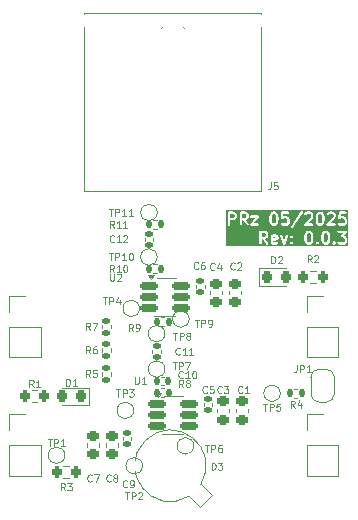
<source format=gto>
%TF.GenerationSoftware,KiCad,Pcbnew,9.0.1-9.0.1-0~ubuntu24.04.1*%
%TF.CreationDate,2025-05-07T20:50:54+02:00*%
%TF.ProjectId,OOS - optyczny odbiornik sygnalow,4f4f5320-2d20-46f7-9074-79637a6e7920,0.0.3*%
%TF.SameCoordinates,Original*%
%TF.FileFunction,Legend,Top*%
%TF.FilePolarity,Positive*%
%FSLAX46Y46*%
G04 Gerber Fmt 4.6, Leading zero omitted, Abs format (unit mm)*
G04 Created by KiCad (PCBNEW 9.0.1-9.0.1-0~ubuntu24.04.1) date 2025-05-07 20:50:54*
%MOMM*%
%LPD*%
G01*
G04 APERTURE LIST*
G04 Aperture macros list*
%AMRoundRect*
0 Rectangle with rounded corners*
0 $1 Rounding radius*
0 $2 $3 $4 $5 $6 $7 $8 $9 X,Y pos of 4 corners*
0 Add a 4 corners polygon primitive as box body*
4,1,4,$2,$3,$4,$5,$6,$7,$8,$9,$2,$3,0*
0 Add four circle primitives for the rounded corners*
1,1,$1+$1,$2,$3*
1,1,$1+$1,$4,$5*
1,1,$1+$1,$6,$7*
1,1,$1+$1,$8,$9*
0 Add four rect primitives between the rounded corners*
20,1,$1+$1,$2,$3,$4,$5,0*
20,1,$1+$1,$4,$5,$6,$7,0*
20,1,$1+$1,$6,$7,$8,$9,0*
20,1,$1+$1,$8,$9,$2,$3,0*%
%AMFreePoly0*
4,1,23,0.500000,-0.750000,0.000000,-0.750000,0.000000,-0.745722,-0.065263,-0.745722,-0.191342,-0.711940,-0.304381,-0.646677,-0.396677,-0.554381,-0.461940,-0.441342,-0.495722,-0.315263,-0.495722,-0.250000,-0.500000,-0.250000,-0.500000,0.250000,-0.495722,0.250000,-0.495722,0.315263,-0.461940,0.441342,-0.396677,0.554381,-0.304381,0.646677,-0.191342,0.711940,-0.065263,0.745722,0.000000,0.745722,
0.000000,0.750000,0.500000,0.750000,0.500000,-0.750000,0.500000,-0.750000,$1*%
%AMFreePoly1*
4,1,23,0.000000,0.745722,0.065263,0.745722,0.191342,0.711940,0.304381,0.646677,0.396677,0.554381,0.461940,0.441342,0.495722,0.315263,0.495722,0.250000,0.500000,0.250000,0.500000,-0.250000,0.495722,-0.250000,0.495722,-0.315263,0.461940,-0.441342,0.396677,-0.554381,0.304381,-0.646677,0.191342,-0.711940,0.065263,-0.745722,0.000000,-0.745722,0.000000,-0.750000,-0.500000,-0.750000,
-0.500000,0.750000,0.000000,0.750000,0.000000,0.745722,0.000000,0.745722,$1*%
G04 Aperture macros list end*
%ADD10C,0.200000*%
%ADD11C,0.080000*%
%ADD12C,0.120000*%
%ADD13C,1.000000*%
%ADD14C,1.000000*%
%ADD15O,1.700000X1.700000*%
%ADD16R,1.700000X1.700000*%
%ADD17RoundRect,0.135000X0.135000X0.185000X-0.135000X0.185000X-0.135000X-0.185000X0.135000X-0.185000X0*%
%ADD18RoundRect,0.162500X-0.617500X-0.162500X0.617500X-0.162500X0.617500X0.162500X-0.617500X0.162500X0*%
%ADD19RoundRect,0.225000X-0.250000X0.225000X-0.250000X-0.225000X0.250000X-0.225000X0.250000X0.225000X0*%
%ADD20RoundRect,0.135000X0.185000X-0.135000X0.185000X0.135000X-0.185000X0.135000X-0.185000X-0.135000X0*%
%ADD21O,1.600000X1.200000*%
%ADD22C,1.200000*%
%ADD23FreePoly0,90.000000*%
%ADD24FreePoly1,90.000000*%
%ADD25O,2.000000X2.000000*%
%ADD26O,4.000000X4.000000*%
%ADD27RoundRect,0.135000X-0.135000X-0.185000X0.135000X-0.185000X0.135000X0.185000X-0.135000X0.185000X0*%
%ADD28C,3.200000*%
%ADD29RoundRect,0.140000X0.170000X-0.140000X0.170000X0.140000X-0.170000X0.140000X-0.170000X-0.140000X0*%
%ADD30RoundRect,0.218750X0.218750X0.256250X-0.218750X0.256250X-0.218750X-0.256250X0.218750X-0.256250X0*%
%ADD31C,3.000000*%
%ADD32RoundRect,0.225000X0.250000X-0.225000X0.250000X0.225000X-0.250000X0.225000X-0.250000X-0.225000X0*%
%ADD33RoundRect,0.218750X-0.218750X-0.256250X0.218750X-0.256250X0.218750X0.256250X-0.218750X0.256250X0*%
%ADD34RoundRect,0.140000X-0.170000X0.140000X-0.170000X-0.140000X0.170000X-0.140000X0.170000X0.140000X0*%
%ADD35RoundRect,0.140000X0.140000X0.170000X-0.140000X0.170000X-0.140000X-0.170000X0.140000X-0.170000X0*%
%ADD36RoundRect,0.200000X-0.200000X-0.275000X0.200000X-0.275000X0.200000X0.275000X-0.200000X0.275000X0*%
%ADD37RoundRect,0.200000X0.200000X0.275000X-0.200000X0.275000X-0.200000X-0.275000X0.200000X-0.275000X0*%
G04 APERTURE END LIST*
D10*
G36*
X197166267Y-90702707D02*
G01*
X197183717Y-90737607D01*
X196912232Y-90791904D01*
X196912232Y-90747016D01*
X196934387Y-90702706D01*
X196978696Y-90680552D01*
X197121958Y-90680552D01*
X197166267Y-90702707D01*
G37*
G36*
X200038710Y-90377024D02*
G01*
X200063379Y-90401692D01*
X200098832Y-90472599D01*
X200140803Y-90640480D01*
X200140803Y-90853956D01*
X200098832Y-91021837D01*
X200063379Y-91092743D01*
X200038710Y-91117413D01*
X199979101Y-91147219D01*
X199931077Y-91147219D01*
X199871467Y-91117414D01*
X199846800Y-91092746D01*
X199811345Y-91021837D01*
X199769375Y-90853956D01*
X199769375Y-90640481D01*
X199811345Y-90472599D01*
X199846799Y-90401692D01*
X199871467Y-90377023D01*
X199931077Y-90347219D01*
X199979101Y-90347219D01*
X200038710Y-90377024D01*
G37*
G36*
X201467281Y-90377024D02*
G01*
X201491950Y-90401692D01*
X201527403Y-90472599D01*
X201569374Y-90640480D01*
X201569374Y-90853956D01*
X201527403Y-91021837D01*
X201491950Y-91092743D01*
X201467281Y-91117413D01*
X201407672Y-91147219D01*
X201359648Y-91147219D01*
X201300038Y-91117414D01*
X201275371Y-91092746D01*
X201239916Y-91021837D01*
X201197946Y-90853956D01*
X201197946Y-90640481D01*
X201239916Y-90472599D01*
X201275370Y-90401692D01*
X201300038Y-90377023D01*
X201359648Y-90347219D01*
X201407672Y-90347219D01*
X201467281Y-90377024D01*
G37*
G36*
X196276805Y-90377024D02*
G01*
X196301474Y-90401692D01*
X196331279Y-90461302D01*
X196331279Y-90556945D01*
X196301474Y-90616554D01*
X196276805Y-90641222D01*
X196217196Y-90671028D01*
X195959851Y-90671028D01*
X195959851Y-90347219D01*
X196217196Y-90347219D01*
X196276805Y-90377024D01*
G37*
G36*
X197086328Y-88767080D02*
G01*
X197110997Y-88791748D01*
X197146450Y-88862655D01*
X197188421Y-89030536D01*
X197188421Y-89244012D01*
X197146450Y-89411893D01*
X197110997Y-89482799D01*
X197086328Y-89507469D01*
X197026719Y-89537275D01*
X196978695Y-89537275D01*
X196919085Y-89507470D01*
X196894418Y-89482802D01*
X196858963Y-89411893D01*
X196816993Y-89244012D01*
X196816993Y-89030537D01*
X196858963Y-88862655D01*
X196894417Y-88791748D01*
X196919085Y-88767079D01*
X196978695Y-88737275D01*
X197026719Y-88737275D01*
X197086328Y-88767080D01*
G37*
G36*
X200991090Y-88767080D02*
G01*
X201015759Y-88791748D01*
X201051212Y-88862655D01*
X201093183Y-89030536D01*
X201093183Y-89244012D01*
X201051212Y-89411893D01*
X201015759Y-89482799D01*
X200991090Y-89507469D01*
X200931481Y-89537275D01*
X200883457Y-89537275D01*
X200823847Y-89507470D01*
X200799180Y-89482802D01*
X200763725Y-89411893D01*
X200721755Y-89244012D01*
X200721755Y-89030537D01*
X200763725Y-88862655D01*
X200799179Y-88791748D01*
X200823847Y-88767079D01*
X200883457Y-88737275D01*
X200931481Y-88737275D01*
X200991090Y-88767080D01*
G37*
G36*
X194610137Y-88767080D02*
G01*
X194634806Y-88791748D01*
X194664611Y-88851358D01*
X194664611Y-88947001D01*
X194634806Y-89006610D01*
X194610137Y-89031278D01*
X194550528Y-89061084D01*
X194293183Y-89061084D01*
X194293183Y-88737275D01*
X194550528Y-88737275D01*
X194610137Y-88767080D01*
G37*
G36*
X193610137Y-88767080D02*
G01*
X193634806Y-88791748D01*
X193664611Y-88851358D01*
X193664611Y-88947001D01*
X193634806Y-89006610D01*
X193610137Y-89031278D01*
X193550528Y-89061084D01*
X193293183Y-89061084D01*
X193293183Y-88737275D01*
X193550528Y-88737275D01*
X193610137Y-88767080D01*
G37*
G36*
X203309056Y-91458330D02*
G01*
X192982072Y-91458330D01*
X192982072Y-90247219D01*
X195759851Y-90247219D01*
X195759851Y-91247219D01*
X195761772Y-91266728D01*
X195776704Y-91302776D01*
X195804294Y-91330366D01*
X195840342Y-91345298D01*
X195879360Y-91345298D01*
X195915408Y-91330366D01*
X195942998Y-91302776D01*
X195957930Y-91266728D01*
X195959851Y-91247219D01*
X195959851Y-90871028D01*
X196045881Y-90871028D01*
X196349356Y-91304565D01*
X196362117Y-91319446D01*
X196395022Y-91340415D01*
X196433447Y-91347196D01*
X196471541Y-91338756D01*
X196503506Y-91316381D01*
X196524475Y-91283476D01*
X196531256Y-91245052D01*
X196522816Y-91206957D01*
X196513202Y-91189873D01*
X196283234Y-90861347D01*
X196285524Y-90860471D01*
X196380762Y-90812852D01*
X196389158Y-90807566D01*
X196391598Y-90806556D01*
X196394344Y-90804302D01*
X196397352Y-90802409D01*
X196399081Y-90800414D01*
X196406752Y-90794120D01*
X196454370Y-90746501D01*
X196460662Y-90738834D01*
X196462660Y-90737102D01*
X196464553Y-90734093D01*
X196466807Y-90731348D01*
X196467817Y-90728907D01*
X196471278Y-90723409D01*
X196712232Y-90723409D01*
X196712232Y-91104361D01*
X196714153Y-91123870D01*
X196715528Y-91127190D01*
X196715783Y-91130773D01*
X196722789Y-91149082D01*
X196770408Y-91244321D01*
X196772461Y-91247584D01*
X196772975Y-91249123D01*
X196774637Y-91251039D01*
X196780851Y-91260911D01*
X196790322Y-91269125D01*
X196798539Y-91278600D01*
X196808409Y-91284812D01*
X196810327Y-91286476D01*
X196811867Y-91286989D01*
X196815130Y-91289043D01*
X196910367Y-91336662D01*
X196928676Y-91343668D01*
X196932259Y-91343922D01*
X196935580Y-91345298D01*
X196955089Y-91347219D01*
X197145565Y-91347219D01*
X197165074Y-91345298D01*
X197168394Y-91343922D01*
X197171978Y-91343668D01*
X197190286Y-91336662D01*
X197285524Y-91289043D01*
X197302114Y-91278600D01*
X197327679Y-91249123D01*
X197340017Y-91212107D01*
X197337252Y-91173187D01*
X197319803Y-91138289D01*
X197290326Y-91112724D01*
X197253310Y-91100385D01*
X197214390Y-91103151D01*
X197196081Y-91110157D01*
X197121958Y-91147219D01*
X196978696Y-91147219D01*
X196934386Y-91125064D01*
X196912232Y-91080754D01*
X196912232Y-90995865D01*
X197307928Y-90916726D01*
X197307931Y-90916726D01*
X197307933Y-90916724D01*
X197308033Y-90916705D01*
X197326787Y-90910995D01*
X197334927Y-90905543D01*
X197343979Y-90901794D01*
X197350980Y-90894792D01*
X197359206Y-90889284D01*
X197364640Y-90881132D01*
X197371569Y-90874204D01*
X197375358Y-90865056D01*
X197380850Y-90856819D01*
X197382751Y-90847208D01*
X197386501Y-90838156D01*
X197388422Y-90818647D01*
X197388422Y-90723409D01*
X197386501Y-90703900D01*
X197385125Y-90700579D01*
X197384871Y-90696996D01*
X197377865Y-90678687D01*
X197336105Y-90595167D01*
X197522829Y-90595167D01*
X197527582Y-90614186D01*
X197765677Y-91280852D01*
X197774047Y-91298579D01*
X197777417Y-91302301D01*
X197779565Y-91306836D01*
X197790416Y-91316659D01*
X197800234Y-91327504D01*
X197804766Y-91329651D01*
X197808491Y-91333023D01*
X197822281Y-91337947D01*
X197835496Y-91344208D01*
X197840506Y-91344457D01*
X197845236Y-91346146D01*
X197859857Y-91345418D01*
X197874466Y-91346145D01*
X197879191Y-91344457D01*
X197884206Y-91344208D01*
X197897432Y-91337942D01*
X197911211Y-91333022D01*
X197914931Y-91329653D01*
X197919468Y-91327505D01*
X197929290Y-91316654D01*
X197940137Y-91306836D01*
X197942284Y-91302301D01*
X197945655Y-91298579D01*
X197954025Y-91280853D01*
X197990011Y-91180091D01*
X198333201Y-91180091D01*
X198333201Y-91219109D01*
X198338791Y-91232604D01*
X198348133Y-91255158D01*
X198348137Y-91255162D01*
X198360569Y-91270311D01*
X198408188Y-91317929D01*
X198423341Y-91330366D01*
X198429754Y-91333022D01*
X198459390Y-91345298D01*
X198498408Y-91345298D01*
X198534456Y-91330366D01*
X198549610Y-91317930D01*
X198597228Y-91270311D01*
X198609665Y-91255158D01*
X198616417Y-91238856D01*
X198624596Y-91219110D01*
X198624597Y-91180092D01*
X198609666Y-91144043D01*
X198597229Y-91128890D01*
X198549610Y-91081270D01*
X198534457Y-91068833D01*
X198512263Y-91059640D01*
X198498408Y-91053901D01*
X198459390Y-91053901D01*
X198448832Y-91058274D01*
X198423342Y-91068832D01*
X198423341Y-91068833D01*
X198408187Y-91081270D01*
X198360569Y-91128890D01*
X198348132Y-91144043D01*
X198338119Y-91168219D01*
X198333201Y-91180091D01*
X197990011Y-91180091D01*
X198177086Y-90656281D01*
X198333201Y-90656281D01*
X198333201Y-90695299D01*
X198348133Y-90731347D01*
X198360569Y-90746501D01*
X198408188Y-90794119D01*
X198423341Y-90806556D01*
X198432344Y-90810285D01*
X198459390Y-90821488D01*
X198498408Y-90821488D01*
X198534456Y-90806556D01*
X198549610Y-90794120D01*
X198597228Y-90746501D01*
X198609665Y-90731348D01*
X198624596Y-90695299D01*
X198624596Y-90656281D01*
X198621736Y-90649377D01*
X198612953Y-90628171D01*
X199569375Y-90628171D01*
X199569375Y-90866266D01*
X199569710Y-90869668D01*
X199569493Y-90871127D01*
X199570572Y-90878424D01*
X199571296Y-90885775D01*
X199571860Y-90887138D01*
X199572361Y-90890520D01*
X199619980Y-91080995D01*
X199620493Y-91082432D01*
X199620545Y-91083155D01*
X199623653Y-91091279D01*
X199626575Y-91099456D01*
X199627005Y-91100036D01*
X199627551Y-91101463D01*
X199675170Y-91196701D01*
X199680453Y-91205093D01*
X199681465Y-91207537D01*
X199683721Y-91210286D01*
X199685613Y-91213291D01*
X199687607Y-91215020D01*
X199693902Y-91222690D01*
X199741520Y-91270310D01*
X199749188Y-91276603D01*
X199750920Y-91278600D01*
X199753928Y-91280493D01*
X199756674Y-91282747D01*
X199759114Y-91283757D01*
X199767511Y-91289043D01*
X199862748Y-91336662D01*
X199881057Y-91343668D01*
X199884640Y-91343922D01*
X199887961Y-91345298D01*
X199907470Y-91347219D01*
X200002708Y-91347219D01*
X200022217Y-91345298D01*
X200025537Y-91343922D01*
X200029121Y-91343668D01*
X200047429Y-91336662D01*
X200142667Y-91289043D01*
X200151062Y-91283758D01*
X200153504Y-91282747D01*
X200156251Y-91280491D01*
X200159257Y-91278600D01*
X200160987Y-91276605D01*
X200168657Y-91270310D01*
X200216276Y-91222690D01*
X200222568Y-91215023D01*
X200224565Y-91213292D01*
X200226458Y-91210284D01*
X200228713Y-91207537D01*
X200229724Y-91205095D01*
X200235008Y-91196701D01*
X200243313Y-91180091D01*
X200523677Y-91180091D01*
X200523677Y-91219109D01*
X200529267Y-91232604D01*
X200538609Y-91255158D01*
X200538613Y-91255162D01*
X200551045Y-91270311D01*
X200598664Y-91317929D01*
X200613817Y-91330366D01*
X200620230Y-91333022D01*
X200649866Y-91345298D01*
X200688884Y-91345298D01*
X200724932Y-91330366D01*
X200740086Y-91317930D01*
X200787704Y-91270311D01*
X200800141Y-91255158D01*
X200806893Y-91238856D01*
X200815072Y-91219110D01*
X200815073Y-91180092D01*
X200800142Y-91144043D01*
X200787705Y-91128890D01*
X200740086Y-91081270D01*
X200724933Y-91068833D01*
X200702739Y-91059640D01*
X200688884Y-91053901D01*
X200649866Y-91053901D01*
X200639308Y-91058274D01*
X200613818Y-91068832D01*
X200613817Y-91068833D01*
X200598663Y-91081270D01*
X200551045Y-91128890D01*
X200538608Y-91144043D01*
X200528595Y-91168219D01*
X200523677Y-91180091D01*
X200243313Y-91180091D01*
X200282627Y-91101464D01*
X200283173Y-91100035D01*
X200283603Y-91099456D01*
X200286524Y-91091279D01*
X200289633Y-91083155D01*
X200289684Y-91082434D01*
X200290198Y-91080996D01*
X200337817Y-90890520D01*
X200338317Y-90887138D01*
X200338882Y-90885775D01*
X200339605Y-90878424D01*
X200340685Y-90871127D01*
X200340467Y-90869668D01*
X200340803Y-90866266D01*
X200340803Y-90628171D01*
X200997946Y-90628171D01*
X200997946Y-90866266D01*
X200998281Y-90869668D01*
X200998064Y-90871127D01*
X200999143Y-90878424D01*
X200999867Y-90885775D01*
X201000431Y-90887138D01*
X201000932Y-90890520D01*
X201048551Y-91080995D01*
X201049064Y-91082432D01*
X201049116Y-91083155D01*
X201052224Y-91091279D01*
X201055146Y-91099456D01*
X201055576Y-91100036D01*
X201056122Y-91101463D01*
X201103741Y-91196701D01*
X201109024Y-91205093D01*
X201110036Y-91207537D01*
X201112292Y-91210286D01*
X201114184Y-91213291D01*
X201116178Y-91215020D01*
X201122473Y-91222690D01*
X201170091Y-91270310D01*
X201177759Y-91276603D01*
X201179491Y-91278600D01*
X201182499Y-91280493D01*
X201185245Y-91282747D01*
X201187685Y-91283757D01*
X201196082Y-91289043D01*
X201291319Y-91336662D01*
X201309628Y-91343668D01*
X201313211Y-91343922D01*
X201316532Y-91345298D01*
X201336041Y-91347219D01*
X201431279Y-91347219D01*
X201450788Y-91345298D01*
X201454108Y-91343922D01*
X201457692Y-91343668D01*
X201476000Y-91336662D01*
X201571238Y-91289043D01*
X201579633Y-91283758D01*
X201582075Y-91282747D01*
X201584822Y-91280491D01*
X201587828Y-91278600D01*
X201589558Y-91276605D01*
X201597228Y-91270310D01*
X201644847Y-91222690D01*
X201651139Y-91215023D01*
X201653136Y-91213292D01*
X201655029Y-91210284D01*
X201657284Y-91207537D01*
X201658295Y-91205095D01*
X201663579Y-91196701D01*
X201671884Y-91180091D01*
X201952248Y-91180091D01*
X201952248Y-91219109D01*
X201957838Y-91232604D01*
X201967180Y-91255158D01*
X201967184Y-91255162D01*
X201979616Y-91270311D01*
X202027235Y-91317929D01*
X202042388Y-91330366D01*
X202048801Y-91333022D01*
X202078437Y-91345298D01*
X202117455Y-91345298D01*
X202153503Y-91330366D01*
X202168657Y-91317930D01*
X202216275Y-91270311D01*
X202228712Y-91255158D01*
X202235464Y-91238856D01*
X202243643Y-91219110D01*
X202243644Y-91180092D01*
X202228713Y-91144043D01*
X202216276Y-91128890D01*
X202168657Y-91081270D01*
X202153504Y-91068833D01*
X202131310Y-91059640D01*
X202117455Y-91053901D01*
X202078437Y-91053901D01*
X202067879Y-91058274D01*
X202042389Y-91068832D01*
X202042388Y-91068833D01*
X202027234Y-91081270D01*
X201979616Y-91128890D01*
X201967179Y-91144043D01*
X201957166Y-91168219D01*
X201952248Y-91180091D01*
X201671884Y-91180091D01*
X201711198Y-91101464D01*
X201711744Y-91100035D01*
X201712174Y-91099456D01*
X201715095Y-91091279D01*
X201718204Y-91083155D01*
X201718255Y-91082434D01*
X201718769Y-91080996D01*
X201766388Y-90890520D01*
X201766888Y-90887138D01*
X201767453Y-90885775D01*
X201768176Y-90878424D01*
X201769256Y-90871127D01*
X201769038Y-90869668D01*
X201769374Y-90866266D01*
X201769374Y-90628171D01*
X201769038Y-90624768D01*
X201769256Y-90623310D01*
X201768176Y-90616012D01*
X201767453Y-90608662D01*
X201766888Y-90607298D01*
X201766388Y-90603917D01*
X201718769Y-90413441D01*
X201718255Y-90412002D01*
X201718204Y-90411282D01*
X201715095Y-90403157D01*
X201712174Y-90394981D01*
X201711744Y-90394401D01*
X201711198Y-90392973D01*
X201663579Y-90297736D01*
X201658293Y-90289339D01*
X201657283Y-90286899D01*
X201655029Y-90284153D01*
X201653136Y-90281145D01*
X201651138Y-90279412D01*
X201644846Y-90271746D01*
X201600811Y-90227710D01*
X202380819Y-90227710D01*
X202380819Y-90266728D01*
X202395751Y-90302776D01*
X202423341Y-90330366D01*
X202459389Y-90345298D01*
X202478898Y-90347219D01*
X202877568Y-90347219D01*
X202689354Y-90562321D01*
X202683324Y-90570754D01*
X202681465Y-90572614D01*
X202680734Y-90574377D01*
X202677953Y-90578268D01*
X202672748Y-90593656D01*
X202666533Y-90608662D01*
X202666533Y-90612035D01*
X202665453Y-90615229D01*
X202666533Y-90631431D01*
X202666533Y-90647680D01*
X202667823Y-90650795D01*
X202668048Y-90654161D01*
X202675248Y-90668721D01*
X202681465Y-90683728D01*
X202683849Y-90686112D01*
X202685345Y-90689136D01*
X202697570Y-90699833D01*
X202709055Y-90711318D01*
X202712169Y-90712608D01*
X202714709Y-90714830D01*
X202730097Y-90720034D01*
X202745103Y-90726250D01*
X202749862Y-90726718D01*
X202751670Y-90727330D01*
X202754294Y-90727155D01*
X202764612Y-90728171D01*
X202883862Y-90728171D01*
X202943471Y-90757976D01*
X202968140Y-90782644D01*
X202997945Y-90842254D01*
X202997945Y-91033135D01*
X202968140Y-91092743D01*
X202943471Y-91117413D01*
X202883862Y-91147219D01*
X202645362Y-91147219D01*
X202585752Y-91117414D01*
X202549609Y-91081270D01*
X202534456Y-91068833D01*
X202498408Y-91053902D01*
X202459390Y-91053901D01*
X202423341Y-91068832D01*
X202395751Y-91096422D01*
X202380820Y-91132470D01*
X202380819Y-91171488D01*
X202395750Y-91207537D01*
X202408187Y-91222690D01*
X202455805Y-91270310D01*
X202463473Y-91276603D01*
X202465205Y-91278600D01*
X202468213Y-91280493D01*
X202470959Y-91282747D01*
X202473399Y-91283757D01*
X202481796Y-91289043D01*
X202577033Y-91336662D01*
X202595342Y-91343668D01*
X202598925Y-91343922D01*
X202602246Y-91345298D01*
X202621755Y-91347219D01*
X202907469Y-91347219D01*
X202926978Y-91345298D01*
X202930298Y-91343922D01*
X202933882Y-91343668D01*
X202952190Y-91336662D01*
X203047428Y-91289043D01*
X203055823Y-91283758D01*
X203058265Y-91282747D01*
X203061012Y-91280491D01*
X203064018Y-91278600D01*
X203065748Y-91276605D01*
X203073418Y-91270310D01*
X203121037Y-91222690D01*
X203127329Y-91215023D01*
X203129326Y-91213292D01*
X203131219Y-91210284D01*
X203133474Y-91207537D01*
X203134485Y-91205095D01*
X203139769Y-91196701D01*
X203187388Y-91101464D01*
X203194394Y-91083155D01*
X203194648Y-91079571D01*
X203196024Y-91076251D01*
X203197945Y-91056742D01*
X203197945Y-90818647D01*
X203196024Y-90799138D01*
X203194648Y-90795817D01*
X203194394Y-90792234D01*
X203187388Y-90773925D01*
X203139769Y-90678688D01*
X203134483Y-90670291D01*
X203133473Y-90667851D01*
X203131219Y-90665105D01*
X203129326Y-90662097D01*
X203127328Y-90660364D01*
X203121036Y-90652698D01*
X203073418Y-90605079D01*
X203065747Y-90598784D01*
X203064018Y-90596790D01*
X203061010Y-90594896D01*
X203058264Y-90592643D01*
X203055824Y-90591632D01*
X203047428Y-90586347D01*
X202968580Y-90546923D01*
X203173203Y-90313069D01*
X203179232Y-90304635D01*
X203181092Y-90302776D01*
X203181822Y-90301012D01*
X203184604Y-90297122D01*
X203189808Y-90281733D01*
X203196024Y-90266728D01*
X203196024Y-90263354D01*
X203197104Y-90260161D01*
X203196024Y-90243958D01*
X203196024Y-90227710D01*
X203194733Y-90224594D01*
X203194509Y-90221229D01*
X203187306Y-90206663D01*
X203181092Y-90191662D01*
X203178708Y-90189278D01*
X203177213Y-90186254D01*
X203164979Y-90175549D01*
X203153502Y-90164072D01*
X203150388Y-90162782D01*
X203147849Y-90160560D01*
X203132457Y-90155354D01*
X203117454Y-90149140D01*
X203112694Y-90148671D01*
X203110887Y-90148060D01*
X203108262Y-90148234D01*
X203097945Y-90147219D01*
X202478898Y-90147219D01*
X202459389Y-90149140D01*
X202423341Y-90164072D01*
X202395751Y-90191662D01*
X202380819Y-90227710D01*
X201600811Y-90227710D01*
X201597228Y-90224127D01*
X201589557Y-90217832D01*
X201587828Y-90215838D01*
X201584820Y-90213944D01*
X201582074Y-90211691D01*
X201579634Y-90210680D01*
X201571238Y-90205395D01*
X201476000Y-90157776D01*
X201457692Y-90150770D01*
X201454108Y-90150515D01*
X201450788Y-90149140D01*
X201431279Y-90147219D01*
X201336041Y-90147219D01*
X201316532Y-90149140D01*
X201313211Y-90150515D01*
X201309628Y-90150770D01*
X201291319Y-90157776D01*
X201196082Y-90205395D01*
X201187685Y-90210680D01*
X201185245Y-90211691D01*
X201182499Y-90213944D01*
X201179491Y-90215838D01*
X201177758Y-90217835D01*
X201170092Y-90224128D01*
X201122473Y-90271746D01*
X201116178Y-90279416D01*
X201114184Y-90281146D01*
X201112290Y-90284153D01*
X201110037Y-90286900D01*
X201109026Y-90289339D01*
X201103741Y-90297736D01*
X201056122Y-90392974D01*
X201055576Y-90394400D01*
X201055146Y-90394981D01*
X201052224Y-90403157D01*
X201049116Y-90411282D01*
X201049064Y-90412004D01*
X201048551Y-90413442D01*
X201000932Y-90603917D01*
X201000431Y-90607298D01*
X200999867Y-90608662D01*
X200999143Y-90616012D01*
X200998064Y-90623310D01*
X200998281Y-90624768D01*
X200997946Y-90628171D01*
X200340803Y-90628171D01*
X200340467Y-90624768D01*
X200340685Y-90623310D01*
X200339605Y-90616012D01*
X200338882Y-90608662D01*
X200338317Y-90607298D01*
X200337817Y-90603917D01*
X200290198Y-90413441D01*
X200289684Y-90412002D01*
X200289633Y-90411282D01*
X200286524Y-90403157D01*
X200283603Y-90394981D01*
X200283173Y-90394401D01*
X200282627Y-90392973D01*
X200235008Y-90297736D01*
X200229722Y-90289339D01*
X200228712Y-90286899D01*
X200226458Y-90284153D01*
X200224565Y-90281145D01*
X200222567Y-90279412D01*
X200216275Y-90271746D01*
X200168657Y-90224127D01*
X200160986Y-90217832D01*
X200159257Y-90215838D01*
X200156249Y-90213944D01*
X200153503Y-90211691D01*
X200151063Y-90210680D01*
X200142667Y-90205395D01*
X200047429Y-90157776D01*
X200029121Y-90150770D01*
X200025537Y-90150515D01*
X200022217Y-90149140D01*
X200002708Y-90147219D01*
X199907470Y-90147219D01*
X199887961Y-90149140D01*
X199884640Y-90150515D01*
X199881057Y-90150770D01*
X199862748Y-90157776D01*
X199767511Y-90205395D01*
X199759114Y-90210680D01*
X199756674Y-90211691D01*
X199753928Y-90213944D01*
X199750920Y-90215838D01*
X199749187Y-90217835D01*
X199741521Y-90224128D01*
X199693902Y-90271746D01*
X199687607Y-90279416D01*
X199685613Y-90281146D01*
X199683719Y-90284153D01*
X199681466Y-90286900D01*
X199680455Y-90289339D01*
X199675170Y-90297736D01*
X199627551Y-90392974D01*
X199627005Y-90394400D01*
X199626575Y-90394981D01*
X199623653Y-90403157D01*
X199620545Y-90411282D01*
X199620493Y-90412004D01*
X199619980Y-90413442D01*
X199572361Y-90603917D01*
X199571860Y-90607298D01*
X199571296Y-90608662D01*
X199570572Y-90616012D01*
X199569493Y-90623310D01*
X199569710Y-90624768D01*
X199569375Y-90628171D01*
X198612953Y-90628171D01*
X198609665Y-90620232D01*
X198597228Y-90605079D01*
X198549610Y-90557460D01*
X198534456Y-90545024D01*
X198498408Y-90530092D01*
X198459390Y-90530092D01*
X198433899Y-90540650D01*
X198423341Y-90545024D01*
X198408188Y-90557461D01*
X198360569Y-90605079D01*
X198348134Y-90620232D01*
X198348133Y-90620233D01*
X198333201Y-90656281D01*
X198177086Y-90656281D01*
X198192120Y-90614186D01*
X198196873Y-90595167D01*
X198194935Y-90556197D01*
X198178232Y-90520935D01*
X198149306Y-90494749D01*
X198112561Y-90481626D01*
X198073591Y-90483563D01*
X198038329Y-90500267D01*
X198012142Y-90529192D01*
X198003772Y-90546919D01*
X197859851Y-90949897D01*
X197715930Y-90546918D01*
X197707560Y-90529192D01*
X197681373Y-90500266D01*
X197646111Y-90483563D01*
X197607141Y-90481625D01*
X197570396Y-90494748D01*
X197541470Y-90520935D01*
X197524767Y-90556197D01*
X197522829Y-90595167D01*
X197336105Y-90595167D01*
X197330246Y-90583450D01*
X197328191Y-90580186D01*
X197327679Y-90578648D01*
X197326017Y-90576732D01*
X197319803Y-90566859D01*
X197310327Y-90558641D01*
X197302114Y-90549171D01*
X197292242Y-90542957D01*
X197290326Y-90541295D01*
X197288787Y-90540781D01*
X197285524Y-90538728D01*
X197190286Y-90491109D01*
X197171978Y-90484103D01*
X197168394Y-90483848D01*
X197165074Y-90482473D01*
X197145565Y-90480552D01*
X196955089Y-90480552D01*
X196935580Y-90482473D01*
X196932259Y-90483848D01*
X196928676Y-90484103D01*
X196910367Y-90491109D01*
X196815130Y-90538728D01*
X196811866Y-90540782D01*
X196810328Y-90541295D01*
X196808412Y-90542956D01*
X196798539Y-90549171D01*
X196790321Y-90558646D01*
X196780851Y-90566860D01*
X196774637Y-90576731D01*
X196772975Y-90578648D01*
X196772461Y-90580186D01*
X196770408Y-90583450D01*
X196722789Y-90678688D01*
X196715783Y-90696996D01*
X196715528Y-90700579D01*
X196714153Y-90703900D01*
X196712232Y-90723409D01*
X196471278Y-90723409D01*
X196473103Y-90720511D01*
X196520722Y-90625274D01*
X196527728Y-90606965D01*
X196527982Y-90603381D01*
X196529358Y-90600061D01*
X196531279Y-90580552D01*
X196531279Y-90437695D01*
X196529358Y-90418186D01*
X196527982Y-90414865D01*
X196527728Y-90411282D01*
X196520722Y-90392973D01*
X196473103Y-90297736D01*
X196467817Y-90289339D01*
X196466807Y-90286899D01*
X196464553Y-90284153D01*
X196462660Y-90281145D01*
X196460662Y-90279412D01*
X196454370Y-90271746D01*
X196406752Y-90224127D01*
X196399081Y-90217832D01*
X196397352Y-90215838D01*
X196394344Y-90213944D01*
X196391598Y-90211691D01*
X196389158Y-90210680D01*
X196380762Y-90205395D01*
X196285524Y-90157776D01*
X196267216Y-90150770D01*
X196263632Y-90150515D01*
X196260312Y-90149140D01*
X196240803Y-90147219D01*
X195859851Y-90147219D01*
X195840342Y-90149140D01*
X195804294Y-90164072D01*
X195776704Y-90191662D01*
X195761772Y-90227710D01*
X195759851Y-90247219D01*
X192982072Y-90247219D01*
X192982072Y-89875475D01*
X198426517Y-89875475D01*
X198434169Y-89913735D01*
X198455880Y-89946155D01*
X198488345Y-89967798D01*
X198526622Y-89975370D01*
X198564882Y-89967718D01*
X198597302Y-89946007D01*
X198609722Y-89930840D01*
X198818438Y-89617766D01*
X199523676Y-89617766D01*
X199523676Y-89656784D01*
X199538608Y-89692832D01*
X199566198Y-89720422D01*
X199602246Y-89735354D01*
X199621755Y-89737275D01*
X200240802Y-89737275D01*
X200260311Y-89735354D01*
X200296359Y-89720422D01*
X200323949Y-89692832D01*
X200338881Y-89656784D01*
X200338881Y-89617766D01*
X200323949Y-89581718D01*
X200296359Y-89554128D01*
X200260311Y-89539196D01*
X200240802Y-89537275D01*
X199863177Y-89537275D01*
X200263894Y-89136557D01*
X200276330Y-89121403D01*
X200277704Y-89118084D01*
X200280060Y-89115369D01*
X200288051Y-89097469D01*
X200314465Y-89018227D01*
X200521755Y-89018227D01*
X200521755Y-89256322D01*
X200522090Y-89259724D01*
X200521873Y-89261183D01*
X200522952Y-89268480D01*
X200523676Y-89275831D01*
X200524240Y-89277194D01*
X200524741Y-89280576D01*
X200572360Y-89471051D01*
X200572873Y-89472488D01*
X200572925Y-89473211D01*
X200576033Y-89481335D01*
X200578955Y-89489512D01*
X200579385Y-89490092D01*
X200579931Y-89491519D01*
X200627550Y-89586757D01*
X200632833Y-89595149D01*
X200633845Y-89597593D01*
X200636101Y-89600342D01*
X200637993Y-89603347D01*
X200639987Y-89605076D01*
X200646282Y-89612746D01*
X200693900Y-89660366D01*
X200701568Y-89666659D01*
X200703300Y-89668656D01*
X200706308Y-89670549D01*
X200709054Y-89672803D01*
X200711494Y-89673813D01*
X200719891Y-89679099D01*
X200815128Y-89726718D01*
X200833437Y-89733724D01*
X200837020Y-89733978D01*
X200840341Y-89735354D01*
X200859850Y-89737275D01*
X200955088Y-89737275D01*
X200974597Y-89735354D01*
X200977917Y-89733978D01*
X200981501Y-89733724D01*
X200999809Y-89726718D01*
X201095047Y-89679099D01*
X201103442Y-89673814D01*
X201105884Y-89672803D01*
X201108631Y-89670547D01*
X201111637Y-89668656D01*
X201113367Y-89666661D01*
X201121037Y-89660366D01*
X201163636Y-89617766D01*
X201428438Y-89617766D01*
X201428438Y-89656784D01*
X201443370Y-89692832D01*
X201470960Y-89720422D01*
X201507008Y-89735354D01*
X201526517Y-89737275D01*
X202145564Y-89737275D01*
X202165073Y-89735354D01*
X202201121Y-89720422D01*
X202228711Y-89692832D01*
X202243643Y-89656784D01*
X202243643Y-89617766D01*
X202228711Y-89581718D01*
X202201121Y-89554128D01*
X202165073Y-89539196D01*
X202145564Y-89537275D01*
X201767939Y-89537275D01*
X202168656Y-89136557D01*
X202179685Y-89123118D01*
X202426984Y-89123118D01*
X202428438Y-89127936D01*
X202428438Y-89132974D01*
X202434034Y-89146483D01*
X202438255Y-89160473D01*
X202441442Y-89164369D01*
X202443370Y-89169022D01*
X202453706Y-89179358D01*
X202462962Y-89190671D01*
X202467399Y-89193051D01*
X202470960Y-89196612D01*
X202484465Y-89202206D01*
X202497346Y-89209116D01*
X202502355Y-89209616D01*
X202507008Y-89211544D01*
X202521629Y-89211544D01*
X202536170Y-89212998D01*
X202540989Y-89211544D01*
X202546026Y-89211544D01*
X202559535Y-89205947D01*
X202573525Y-89201727D01*
X202577421Y-89198539D01*
X202582074Y-89196612D01*
X202597228Y-89184176D01*
X202633371Y-89148031D01*
X202692981Y-89118227D01*
X202883862Y-89118227D01*
X202943471Y-89148032D01*
X202968140Y-89172700D01*
X202997945Y-89232310D01*
X202997945Y-89423191D01*
X202968140Y-89482799D01*
X202943471Y-89507469D01*
X202883862Y-89537275D01*
X202692981Y-89537275D01*
X202633371Y-89507470D01*
X202597228Y-89471326D01*
X202582075Y-89458889D01*
X202546027Y-89443958D01*
X202507009Y-89443957D01*
X202470960Y-89458888D01*
X202443370Y-89486478D01*
X202428439Y-89522526D01*
X202428438Y-89561544D01*
X202443369Y-89597593D01*
X202455806Y-89612746D01*
X202503424Y-89660366D01*
X202511092Y-89666659D01*
X202512824Y-89668656D01*
X202515832Y-89670549D01*
X202518578Y-89672803D01*
X202521018Y-89673813D01*
X202529415Y-89679099D01*
X202624652Y-89726718D01*
X202642961Y-89733724D01*
X202646544Y-89733978D01*
X202649865Y-89735354D01*
X202669374Y-89737275D01*
X202907469Y-89737275D01*
X202926978Y-89735354D01*
X202930298Y-89733978D01*
X202933882Y-89733724D01*
X202952190Y-89726718D01*
X203047428Y-89679099D01*
X203055823Y-89673814D01*
X203058265Y-89672803D01*
X203061012Y-89670547D01*
X203064018Y-89668656D01*
X203065748Y-89666661D01*
X203073418Y-89660366D01*
X203121037Y-89612746D01*
X203127329Y-89605079D01*
X203129326Y-89603348D01*
X203131219Y-89600340D01*
X203133474Y-89597593D01*
X203134485Y-89595151D01*
X203139769Y-89586757D01*
X203187388Y-89491520D01*
X203194394Y-89473211D01*
X203194648Y-89469627D01*
X203196024Y-89466307D01*
X203197945Y-89446798D01*
X203197945Y-89208703D01*
X203196024Y-89189194D01*
X203194648Y-89185873D01*
X203194394Y-89182290D01*
X203187388Y-89163981D01*
X203139769Y-89068744D01*
X203134483Y-89060347D01*
X203133473Y-89057907D01*
X203131219Y-89055161D01*
X203129326Y-89052153D01*
X203127328Y-89050420D01*
X203121036Y-89042754D01*
X203073418Y-88995135D01*
X203065747Y-88988840D01*
X203064018Y-88986846D01*
X203061010Y-88984952D01*
X203058264Y-88982699D01*
X203055824Y-88981688D01*
X203047428Y-88976403D01*
X202952190Y-88928784D01*
X202933882Y-88921778D01*
X202930298Y-88921523D01*
X202926978Y-88920148D01*
X202907469Y-88918227D01*
X202669374Y-88918227D01*
X202649865Y-88920148D01*
X202646544Y-88921523D01*
X202646207Y-88921547D01*
X202664635Y-88737275D01*
X203050326Y-88737275D01*
X203069835Y-88735354D01*
X203105883Y-88720422D01*
X203133473Y-88692832D01*
X203148405Y-88656784D01*
X203148405Y-88617766D01*
X203133473Y-88581718D01*
X203105883Y-88554128D01*
X203069835Y-88539196D01*
X203050326Y-88537275D01*
X202574136Y-88537275D01*
X202566919Y-88537985D01*
X202564483Y-88537742D01*
X202562104Y-88538459D01*
X202554627Y-88539196D01*
X202541117Y-88544792D01*
X202527128Y-88549013D01*
X202523231Y-88552200D01*
X202518579Y-88554128D01*
X202508242Y-88564464D01*
X202496930Y-88573720D01*
X202494549Y-88578157D01*
X202490989Y-88581718D01*
X202485394Y-88595223D01*
X202478485Y-88608104D01*
X202477008Y-88615468D01*
X202476057Y-88617766D01*
X202476057Y-88620216D01*
X202474632Y-88627325D01*
X202427013Y-89103515D01*
X202426984Y-89123118D01*
X202179685Y-89123118D01*
X202181092Y-89121403D01*
X202182466Y-89118084D01*
X202184822Y-89115369D01*
X202192813Y-89097469D01*
X202240432Y-88954612D01*
X202242631Y-88944939D01*
X202243643Y-88942498D01*
X202243991Y-88938960D01*
X202244779Y-88935497D01*
X202244591Y-88932862D01*
X202245564Y-88922989D01*
X202245564Y-88827751D01*
X202243643Y-88808242D01*
X202242267Y-88804921D01*
X202242013Y-88801338D01*
X202235007Y-88783029D01*
X202187388Y-88687792D01*
X202182102Y-88679395D01*
X202181092Y-88676955D01*
X202178838Y-88674209D01*
X202176945Y-88671201D01*
X202174947Y-88669468D01*
X202168655Y-88661802D01*
X202121037Y-88614183D01*
X202113366Y-88607888D01*
X202111637Y-88605894D01*
X202108629Y-88604000D01*
X202105883Y-88601747D01*
X202103443Y-88600736D01*
X202095047Y-88595451D01*
X201999809Y-88547832D01*
X201981501Y-88540826D01*
X201977917Y-88540571D01*
X201974597Y-88539196D01*
X201955088Y-88537275D01*
X201716993Y-88537275D01*
X201697484Y-88539196D01*
X201694163Y-88540571D01*
X201690580Y-88540826D01*
X201672271Y-88547832D01*
X201577034Y-88595451D01*
X201568637Y-88600736D01*
X201566197Y-88601747D01*
X201563451Y-88604000D01*
X201560443Y-88605894D01*
X201558710Y-88607891D01*
X201551044Y-88614184D01*
X201503425Y-88661802D01*
X201490989Y-88676956D01*
X201476057Y-88713004D01*
X201476057Y-88752022D01*
X201490989Y-88788070D01*
X201518579Y-88815660D01*
X201554627Y-88830592D01*
X201593645Y-88830592D01*
X201629693Y-88815660D01*
X201644847Y-88803224D01*
X201680990Y-88767079D01*
X201740600Y-88737275D01*
X201931481Y-88737275D01*
X201991090Y-88767080D01*
X202015759Y-88791748D01*
X202045564Y-88851358D01*
X202045564Y-88906762D01*
X202010542Y-89011826D01*
X201455806Y-89566564D01*
X201443370Y-89581718D01*
X201428438Y-89617766D01*
X201163636Y-89617766D01*
X201168656Y-89612746D01*
X201174948Y-89605079D01*
X201176945Y-89603348D01*
X201178838Y-89600340D01*
X201181093Y-89597593D01*
X201182104Y-89595151D01*
X201187388Y-89586757D01*
X201235007Y-89491520D01*
X201235553Y-89490091D01*
X201235983Y-89489512D01*
X201238904Y-89481335D01*
X201242013Y-89473211D01*
X201242064Y-89472490D01*
X201242578Y-89471052D01*
X201290197Y-89280576D01*
X201290697Y-89277194D01*
X201291262Y-89275831D01*
X201291985Y-89268480D01*
X201293065Y-89261183D01*
X201292847Y-89259724D01*
X201293183Y-89256322D01*
X201293183Y-89018227D01*
X201292847Y-89014824D01*
X201293065Y-89013366D01*
X201291985Y-89006068D01*
X201291262Y-88998718D01*
X201290697Y-88997354D01*
X201290197Y-88993973D01*
X201242578Y-88803497D01*
X201242064Y-88802058D01*
X201242013Y-88801338D01*
X201238904Y-88793213D01*
X201235983Y-88785037D01*
X201235553Y-88784457D01*
X201235007Y-88783029D01*
X201187388Y-88687792D01*
X201182102Y-88679395D01*
X201181092Y-88676955D01*
X201178838Y-88674209D01*
X201176945Y-88671201D01*
X201174947Y-88669468D01*
X201168655Y-88661802D01*
X201121037Y-88614183D01*
X201113366Y-88607888D01*
X201111637Y-88605894D01*
X201108629Y-88604000D01*
X201105883Y-88601747D01*
X201103443Y-88600736D01*
X201095047Y-88595451D01*
X200999809Y-88547832D01*
X200981501Y-88540826D01*
X200977917Y-88540571D01*
X200974597Y-88539196D01*
X200955088Y-88537275D01*
X200859850Y-88537275D01*
X200840341Y-88539196D01*
X200837020Y-88540571D01*
X200833437Y-88540826D01*
X200815128Y-88547832D01*
X200719891Y-88595451D01*
X200711494Y-88600736D01*
X200709054Y-88601747D01*
X200706308Y-88604000D01*
X200703300Y-88605894D01*
X200701567Y-88607891D01*
X200693901Y-88614184D01*
X200646282Y-88661802D01*
X200639987Y-88669472D01*
X200637993Y-88671202D01*
X200636099Y-88674209D01*
X200633846Y-88676956D01*
X200632835Y-88679395D01*
X200627550Y-88687792D01*
X200579931Y-88783030D01*
X200579385Y-88784456D01*
X200578955Y-88785037D01*
X200576033Y-88793213D01*
X200572925Y-88801338D01*
X200572873Y-88802060D01*
X200572360Y-88803498D01*
X200524741Y-88993973D01*
X200524240Y-88997354D01*
X200523676Y-88998718D01*
X200522952Y-89006068D01*
X200521873Y-89013366D01*
X200522090Y-89014824D01*
X200521755Y-89018227D01*
X200314465Y-89018227D01*
X200335670Y-88954612D01*
X200337869Y-88944939D01*
X200338881Y-88942498D01*
X200339229Y-88938960D01*
X200340017Y-88935497D01*
X200339829Y-88932862D01*
X200340802Y-88922989D01*
X200340802Y-88827751D01*
X200338881Y-88808242D01*
X200337505Y-88804921D01*
X200337251Y-88801338D01*
X200330245Y-88783029D01*
X200282626Y-88687792D01*
X200277340Y-88679395D01*
X200276330Y-88676955D01*
X200274076Y-88674209D01*
X200272183Y-88671201D01*
X200270185Y-88669468D01*
X200263893Y-88661802D01*
X200216275Y-88614183D01*
X200208604Y-88607888D01*
X200206875Y-88605894D01*
X200203867Y-88604000D01*
X200201121Y-88601747D01*
X200198681Y-88600736D01*
X200190285Y-88595451D01*
X200095047Y-88547832D01*
X200076739Y-88540826D01*
X200073155Y-88540571D01*
X200069835Y-88539196D01*
X200050326Y-88537275D01*
X199812231Y-88537275D01*
X199792722Y-88539196D01*
X199789401Y-88540571D01*
X199785818Y-88540826D01*
X199767509Y-88547832D01*
X199672272Y-88595451D01*
X199663875Y-88600736D01*
X199661435Y-88601747D01*
X199658689Y-88604000D01*
X199655681Y-88605894D01*
X199653948Y-88607891D01*
X199646282Y-88614184D01*
X199598663Y-88661802D01*
X199586227Y-88676956D01*
X199571295Y-88713004D01*
X199571295Y-88752022D01*
X199586227Y-88788070D01*
X199613817Y-88815660D01*
X199649865Y-88830592D01*
X199688883Y-88830592D01*
X199724931Y-88815660D01*
X199740085Y-88803224D01*
X199776228Y-88767079D01*
X199835838Y-88737275D01*
X200026719Y-88737275D01*
X200086328Y-88767080D01*
X200110997Y-88791748D01*
X200140802Y-88851358D01*
X200140802Y-88906762D01*
X200105780Y-89011826D01*
X199551044Y-89566564D01*
X199538608Y-89581718D01*
X199523676Y-89617766D01*
X198818438Y-89617766D01*
X199466864Y-88645126D01*
X199476088Y-88627828D01*
X199483659Y-88589551D01*
X199476007Y-88551291D01*
X199454296Y-88518871D01*
X199421831Y-88497227D01*
X199383555Y-88489656D01*
X199345294Y-88497308D01*
X199312874Y-88519019D01*
X199300454Y-88534186D01*
X198443312Y-89819900D01*
X198434089Y-89837198D01*
X198426517Y-89875475D01*
X192982072Y-89875475D01*
X192982072Y-88637275D01*
X193093183Y-88637275D01*
X193093183Y-89637275D01*
X193095104Y-89656784D01*
X193110036Y-89692832D01*
X193137626Y-89720422D01*
X193173674Y-89735354D01*
X193212692Y-89735354D01*
X193248740Y-89720422D01*
X193276330Y-89692832D01*
X193291262Y-89656784D01*
X193293183Y-89637275D01*
X193293183Y-89261084D01*
X193574135Y-89261084D01*
X193593644Y-89259163D01*
X193596964Y-89257787D01*
X193600548Y-89257533D01*
X193618856Y-89250527D01*
X193714094Y-89202908D01*
X193722490Y-89197622D01*
X193724930Y-89196612D01*
X193727676Y-89194358D01*
X193730684Y-89192465D01*
X193732413Y-89190470D01*
X193740084Y-89184176D01*
X193787702Y-89136557D01*
X193793994Y-89128890D01*
X193795992Y-89127158D01*
X193797885Y-89124149D01*
X193800139Y-89121404D01*
X193801149Y-89118963D01*
X193806435Y-89110567D01*
X193854054Y-89015330D01*
X193861060Y-88997021D01*
X193861314Y-88993437D01*
X193862690Y-88990117D01*
X193864611Y-88970608D01*
X193864611Y-88827751D01*
X193862690Y-88808242D01*
X193861314Y-88804921D01*
X193861060Y-88801338D01*
X193854054Y-88783029D01*
X193806435Y-88687792D01*
X193801149Y-88679395D01*
X193800139Y-88676955D01*
X193797885Y-88674209D01*
X193795992Y-88671201D01*
X193793994Y-88669468D01*
X193787702Y-88661802D01*
X193763176Y-88637275D01*
X194093183Y-88637275D01*
X194093183Y-89637275D01*
X194095104Y-89656784D01*
X194110036Y-89692832D01*
X194137626Y-89720422D01*
X194173674Y-89735354D01*
X194212692Y-89735354D01*
X194248740Y-89720422D01*
X194276330Y-89692832D01*
X194291262Y-89656784D01*
X194293183Y-89637275D01*
X194293183Y-89261084D01*
X194379213Y-89261084D01*
X194682688Y-89694621D01*
X194695449Y-89709502D01*
X194728354Y-89730471D01*
X194766779Y-89737252D01*
X194804873Y-89728812D01*
X194836838Y-89706437D01*
X194857807Y-89673532D01*
X194864588Y-89635108D01*
X194863366Y-89629591D01*
X194998241Y-89629591D01*
X194999866Y-89643132D01*
X194999866Y-89656784D01*
X195002172Y-89662352D01*
X195002890Y-89668331D01*
X195009575Y-89680224D01*
X195014798Y-89692832D01*
X195019056Y-89697090D01*
X195022009Y-89702343D01*
X195032741Y-89710775D01*
X195042388Y-89720422D01*
X195047953Y-89722727D01*
X195052690Y-89726449D01*
X195065826Y-89730130D01*
X195078436Y-89735354D01*
X195087727Y-89736268D01*
X195090261Y-89736979D01*
X195092369Y-89736725D01*
X195097945Y-89737275D01*
X195621754Y-89737275D01*
X195641263Y-89735354D01*
X195677311Y-89720422D01*
X195704901Y-89692832D01*
X195719833Y-89656784D01*
X195719833Y-89617766D01*
X195704901Y-89581718D01*
X195677311Y-89554128D01*
X195641263Y-89539196D01*
X195621754Y-89537275D01*
X195303691Y-89537275D01*
X195700386Y-89032390D01*
X195703398Y-89027668D01*
X195704901Y-89026165D01*
X195705909Y-89023731D01*
X195709420Y-89018227D01*
X196616993Y-89018227D01*
X196616993Y-89256322D01*
X196617328Y-89259724D01*
X196617111Y-89261183D01*
X196618190Y-89268480D01*
X196618914Y-89275831D01*
X196619478Y-89277194D01*
X196619979Y-89280576D01*
X196667598Y-89471051D01*
X196668111Y-89472488D01*
X196668163Y-89473211D01*
X196671271Y-89481335D01*
X196674193Y-89489512D01*
X196674623Y-89490092D01*
X196675169Y-89491519D01*
X196722788Y-89586757D01*
X196728071Y-89595149D01*
X196729083Y-89597593D01*
X196731339Y-89600342D01*
X196733231Y-89603347D01*
X196735225Y-89605076D01*
X196741520Y-89612746D01*
X196789138Y-89660366D01*
X196796806Y-89666659D01*
X196798538Y-89668656D01*
X196801546Y-89670549D01*
X196804292Y-89672803D01*
X196806732Y-89673813D01*
X196815129Y-89679099D01*
X196910366Y-89726718D01*
X196928675Y-89733724D01*
X196932258Y-89733978D01*
X196935579Y-89735354D01*
X196955088Y-89737275D01*
X197050326Y-89737275D01*
X197069835Y-89735354D01*
X197073155Y-89733978D01*
X197076739Y-89733724D01*
X197095047Y-89726718D01*
X197190285Y-89679099D01*
X197198680Y-89673814D01*
X197201122Y-89672803D01*
X197203869Y-89670547D01*
X197206875Y-89668656D01*
X197208605Y-89666661D01*
X197216275Y-89660366D01*
X197263894Y-89612746D01*
X197270186Y-89605079D01*
X197272183Y-89603348D01*
X197274076Y-89600340D01*
X197276331Y-89597593D01*
X197277342Y-89595151D01*
X197282626Y-89586757D01*
X197330245Y-89491520D01*
X197330791Y-89490091D01*
X197331221Y-89489512D01*
X197334142Y-89481335D01*
X197337251Y-89473211D01*
X197337302Y-89472490D01*
X197337816Y-89471052D01*
X197385435Y-89280576D01*
X197385935Y-89277194D01*
X197386500Y-89275831D01*
X197387223Y-89268480D01*
X197388303Y-89261183D01*
X197388085Y-89259724D01*
X197388421Y-89256322D01*
X197388421Y-89123118D01*
X197569841Y-89123118D01*
X197571295Y-89127936D01*
X197571295Y-89132974D01*
X197576891Y-89146483D01*
X197581112Y-89160473D01*
X197584299Y-89164369D01*
X197586227Y-89169022D01*
X197596563Y-89179358D01*
X197605819Y-89190671D01*
X197610256Y-89193051D01*
X197613817Y-89196612D01*
X197627322Y-89202206D01*
X197640203Y-89209116D01*
X197645212Y-89209616D01*
X197649865Y-89211544D01*
X197664486Y-89211544D01*
X197679027Y-89212998D01*
X197683846Y-89211544D01*
X197688883Y-89211544D01*
X197702392Y-89205947D01*
X197716382Y-89201727D01*
X197720278Y-89198539D01*
X197724931Y-89196612D01*
X197740085Y-89184176D01*
X197776228Y-89148031D01*
X197835838Y-89118227D01*
X198026719Y-89118227D01*
X198086328Y-89148032D01*
X198110997Y-89172700D01*
X198140802Y-89232310D01*
X198140802Y-89423191D01*
X198110997Y-89482799D01*
X198086328Y-89507469D01*
X198026719Y-89537275D01*
X197835838Y-89537275D01*
X197776228Y-89507470D01*
X197740085Y-89471326D01*
X197724932Y-89458889D01*
X197688884Y-89443958D01*
X197649866Y-89443957D01*
X197613817Y-89458888D01*
X197586227Y-89486478D01*
X197571296Y-89522526D01*
X197571295Y-89561544D01*
X197586226Y-89597593D01*
X197598663Y-89612746D01*
X197646281Y-89660366D01*
X197653949Y-89666659D01*
X197655681Y-89668656D01*
X197658689Y-89670549D01*
X197661435Y-89672803D01*
X197663875Y-89673813D01*
X197672272Y-89679099D01*
X197767509Y-89726718D01*
X197785818Y-89733724D01*
X197789401Y-89733978D01*
X197792722Y-89735354D01*
X197812231Y-89737275D01*
X198050326Y-89737275D01*
X198069835Y-89735354D01*
X198073155Y-89733978D01*
X198076739Y-89733724D01*
X198095047Y-89726718D01*
X198190285Y-89679099D01*
X198198680Y-89673814D01*
X198201122Y-89672803D01*
X198203869Y-89670547D01*
X198206875Y-89668656D01*
X198208605Y-89666661D01*
X198216275Y-89660366D01*
X198263894Y-89612746D01*
X198270186Y-89605079D01*
X198272183Y-89603348D01*
X198274076Y-89600340D01*
X198276331Y-89597593D01*
X198277342Y-89595151D01*
X198282626Y-89586757D01*
X198330245Y-89491520D01*
X198337251Y-89473211D01*
X198337505Y-89469627D01*
X198338881Y-89466307D01*
X198340802Y-89446798D01*
X198340802Y-89208703D01*
X198338881Y-89189194D01*
X198337505Y-89185873D01*
X198337251Y-89182290D01*
X198330245Y-89163981D01*
X198282626Y-89068744D01*
X198277340Y-89060347D01*
X198276330Y-89057907D01*
X198274076Y-89055161D01*
X198272183Y-89052153D01*
X198270185Y-89050420D01*
X198263893Y-89042754D01*
X198216275Y-88995135D01*
X198208604Y-88988840D01*
X198206875Y-88986846D01*
X198203867Y-88984952D01*
X198201121Y-88982699D01*
X198198681Y-88981688D01*
X198190285Y-88976403D01*
X198095047Y-88928784D01*
X198076739Y-88921778D01*
X198073155Y-88921523D01*
X198069835Y-88920148D01*
X198050326Y-88918227D01*
X197812231Y-88918227D01*
X197792722Y-88920148D01*
X197789401Y-88921523D01*
X197789064Y-88921547D01*
X197807492Y-88737275D01*
X198193183Y-88737275D01*
X198212692Y-88735354D01*
X198248740Y-88720422D01*
X198276330Y-88692832D01*
X198291262Y-88656784D01*
X198291262Y-88617766D01*
X198276330Y-88581718D01*
X198248740Y-88554128D01*
X198212692Y-88539196D01*
X198193183Y-88537275D01*
X197716993Y-88537275D01*
X197709776Y-88537985D01*
X197707340Y-88537742D01*
X197704961Y-88538459D01*
X197697484Y-88539196D01*
X197683974Y-88544792D01*
X197669985Y-88549013D01*
X197666088Y-88552200D01*
X197661436Y-88554128D01*
X197651099Y-88564464D01*
X197639787Y-88573720D01*
X197637406Y-88578157D01*
X197633846Y-88581718D01*
X197628251Y-88595223D01*
X197621342Y-88608104D01*
X197619865Y-88615468D01*
X197618914Y-88617766D01*
X197618914Y-88620216D01*
X197617489Y-88627325D01*
X197569870Y-89103515D01*
X197569841Y-89123118D01*
X197388421Y-89123118D01*
X197388421Y-89018227D01*
X197388085Y-89014824D01*
X197388303Y-89013366D01*
X197387223Y-89006068D01*
X197386500Y-88998718D01*
X197385935Y-88997354D01*
X197385435Y-88993973D01*
X197337816Y-88803497D01*
X197337302Y-88802058D01*
X197337251Y-88801338D01*
X197334142Y-88793213D01*
X197331221Y-88785037D01*
X197330791Y-88784457D01*
X197330245Y-88783029D01*
X197282626Y-88687792D01*
X197277340Y-88679395D01*
X197276330Y-88676955D01*
X197274076Y-88674209D01*
X197272183Y-88671201D01*
X197270185Y-88669468D01*
X197263893Y-88661802D01*
X197216275Y-88614183D01*
X197208604Y-88607888D01*
X197206875Y-88605894D01*
X197203867Y-88604000D01*
X197201121Y-88601747D01*
X197198681Y-88600736D01*
X197190285Y-88595451D01*
X197095047Y-88547832D01*
X197076739Y-88540826D01*
X197073155Y-88540571D01*
X197069835Y-88539196D01*
X197050326Y-88537275D01*
X196955088Y-88537275D01*
X196935579Y-88539196D01*
X196932258Y-88540571D01*
X196928675Y-88540826D01*
X196910366Y-88547832D01*
X196815129Y-88595451D01*
X196806732Y-88600736D01*
X196804292Y-88601747D01*
X196801546Y-88604000D01*
X196798538Y-88605894D01*
X196796805Y-88607891D01*
X196789139Y-88614184D01*
X196741520Y-88661802D01*
X196735225Y-88669472D01*
X196733231Y-88671202D01*
X196731337Y-88674209D01*
X196729084Y-88676956D01*
X196728073Y-88679395D01*
X196722788Y-88687792D01*
X196675169Y-88783030D01*
X196674623Y-88784456D01*
X196674193Y-88785037D01*
X196671271Y-88793213D01*
X196668163Y-88801338D01*
X196668111Y-88802060D01*
X196667598Y-88803498D01*
X196619979Y-88993973D01*
X196619478Y-88997354D01*
X196618914Y-88998718D01*
X196618190Y-89006068D01*
X196617111Y-89013366D01*
X196617328Y-89014824D01*
X196616993Y-89018227D01*
X195709420Y-89018227D01*
X195710928Y-89015863D01*
X195714609Y-89002726D01*
X195719833Y-88990117D01*
X195719833Y-88984089D01*
X195721458Y-88978292D01*
X195719833Y-88964750D01*
X195719833Y-88951099D01*
X195717526Y-88945530D01*
X195716809Y-88939552D01*
X195710123Y-88927658D01*
X195704901Y-88915051D01*
X195700642Y-88910792D01*
X195697690Y-88905540D01*
X195686957Y-88897107D01*
X195677311Y-88887461D01*
X195671745Y-88885155D01*
X195667009Y-88881434D01*
X195653872Y-88877752D01*
X195641263Y-88872529D01*
X195631971Y-88871614D01*
X195629438Y-88870904D01*
X195627329Y-88871157D01*
X195621754Y-88870608D01*
X195097945Y-88870608D01*
X195078436Y-88872529D01*
X195042388Y-88887461D01*
X195014798Y-88915051D01*
X194999866Y-88951099D01*
X194999866Y-88990117D01*
X195014798Y-89026165D01*
X195042388Y-89053755D01*
X195078436Y-89068687D01*
X195097945Y-89070608D01*
X195416008Y-89070608D01*
X195019313Y-89575493D01*
X195016301Y-89580215D01*
X195014798Y-89581718D01*
X195013789Y-89584151D01*
X195008771Y-89592020D01*
X195005089Y-89605156D01*
X194999866Y-89617766D01*
X194999866Y-89623793D01*
X194998241Y-89629591D01*
X194863366Y-89629591D01*
X194856148Y-89597013D01*
X194846534Y-89579929D01*
X194616566Y-89251403D01*
X194618856Y-89250527D01*
X194714094Y-89202908D01*
X194722490Y-89197622D01*
X194724930Y-89196612D01*
X194727676Y-89194358D01*
X194730684Y-89192465D01*
X194732413Y-89190470D01*
X194740084Y-89184176D01*
X194787702Y-89136557D01*
X194793994Y-89128890D01*
X194795992Y-89127158D01*
X194797885Y-89124149D01*
X194800139Y-89121404D01*
X194801149Y-89118963D01*
X194806435Y-89110567D01*
X194854054Y-89015330D01*
X194861060Y-88997021D01*
X194861314Y-88993437D01*
X194862690Y-88990117D01*
X194864611Y-88970608D01*
X194864611Y-88827751D01*
X194862690Y-88808242D01*
X194861314Y-88804921D01*
X194861060Y-88801338D01*
X194854054Y-88783029D01*
X194806435Y-88687792D01*
X194801149Y-88679395D01*
X194800139Y-88676955D01*
X194797885Y-88674209D01*
X194795992Y-88671201D01*
X194793994Y-88669468D01*
X194787702Y-88661802D01*
X194740084Y-88614183D01*
X194732413Y-88607888D01*
X194730684Y-88605894D01*
X194727676Y-88604000D01*
X194724930Y-88601747D01*
X194722490Y-88600736D01*
X194714094Y-88595451D01*
X194618856Y-88547832D01*
X194600548Y-88540826D01*
X194596964Y-88540571D01*
X194593644Y-88539196D01*
X194574135Y-88537275D01*
X194193183Y-88537275D01*
X194173674Y-88539196D01*
X194137626Y-88554128D01*
X194110036Y-88581718D01*
X194095104Y-88617766D01*
X194093183Y-88637275D01*
X193763176Y-88637275D01*
X193740084Y-88614183D01*
X193732413Y-88607888D01*
X193730684Y-88605894D01*
X193727676Y-88604000D01*
X193724930Y-88601747D01*
X193722490Y-88600736D01*
X193714094Y-88595451D01*
X193618856Y-88547832D01*
X193600548Y-88540826D01*
X193596964Y-88540571D01*
X193593644Y-88539196D01*
X193574135Y-88537275D01*
X193193183Y-88537275D01*
X193173674Y-88539196D01*
X193137626Y-88554128D01*
X193110036Y-88581718D01*
X193095104Y-88617766D01*
X193093183Y-88637275D01*
X192982072Y-88637275D01*
X192982072Y-88378545D01*
X203309056Y-88378545D01*
X203309056Y-91458330D01*
G37*
D11*
X196082856Y-104803411D02*
X196425714Y-104803411D01*
X196254285Y-105403411D02*
X196254285Y-104803411D01*
X196625714Y-105403411D02*
X196625714Y-104803411D01*
X196625714Y-104803411D02*
X196854285Y-104803411D01*
X196854285Y-104803411D02*
X196911428Y-104831982D01*
X196911428Y-104831982D02*
X196939999Y-104860554D01*
X196939999Y-104860554D02*
X196968571Y-104917697D01*
X196968571Y-104917697D02*
X196968571Y-105003411D01*
X196968571Y-105003411D02*
X196939999Y-105060554D01*
X196939999Y-105060554D02*
X196911428Y-105089125D01*
X196911428Y-105089125D02*
X196854285Y-105117697D01*
X196854285Y-105117697D02*
X196625714Y-105117697D01*
X197511428Y-104803411D02*
X197225714Y-104803411D01*
X197225714Y-104803411D02*
X197197142Y-105089125D01*
X197197142Y-105089125D02*
X197225714Y-105060554D01*
X197225714Y-105060554D02*
X197282857Y-105031982D01*
X197282857Y-105031982D02*
X197425714Y-105031982D01*
X197425714Y-105031982D02*
X197482857Y-105060554D01*
X197482857Y-105060554D02*
X197511428Y-105089125D01*
X197511428Y-105089125D02*
X197539999Y-105146268D01*
X197539999Y-105146268D02*
X197539999Y-105289125D01*
X197539999Y-105289125D02*
X197511428Y-105346268D01*
X197511428Y-105346268D02*
X197482857Y-105374840D01*
X197482857Y-105374840D02*
X197425714Y-105403411D01*
X197425714Y-105403411D02*
X197282857Y-105403411D01*
X197282857Y-105403411D02*
X197225714Y-105374840D01*
X197225714Y-105374840D02*
X197197142Y-105346268D01*
X183458345Y-93653411D02*
X183258345Y-93367697D01*
X183115488Y-93653411D02*
X183115488Y-93053411D01*
X183115488Y-93053411D02*
X183344059Y-93053411D01*
X183344059Y-93053411D02*
X183401202Y-93081982D01*
X183401202Y-93081982D02*
X183429773Y-93110554D01*
X183429773Y-93110554D02*
X183458345Y-93167697D01*
X183458345Y-93167697D02*
X183458345Y-93253411D01*
X183458345Y-93253411D02*
X183429773Y-93310554D01*
X183429773Y-93310554D02*
X183401202Y-93339125D01*
X183401202Y-93339125D02*
X183344059Y-93367697D01*
X183344059Y-93367697D02*
X183115488Y-93367697D01*
X184029773Y-93653411D02*
X183686916Y-93653411D01*
X183858345Y-93653411D02*
X183858345Y-93053411D01*
X183858345Y-93053411D02*
X183801202Y-93139125D01*
X183801202Y-93139125D02*
X183744059Y-93196268D01*
X183744059Y-93196268D02*
X183686916Y-93224840D01*
X184401202Y-93053411D02*
X184458345Y-93053411D01*
X184458345Y-93053411D02*
X184515488Y-93081982D01*
X184515488Y-93081982D02*
X184544060Y-93110554D01*
X184544060Y-93110554D02*
X184572631Y-93167697D01*
X184572631Y-93167697D02*
X184601202Y-93281982D01*
X184601202Y-93281982D02*
X184601202Y-93424840D01*
X184601202Y-93424840D02*
X184572631Y-93539125D01*
X184572631Y-93539125D02*
X184544060Y-93596268D01*
X184544060Y-93596268D02*
X184515488Y-93624840D01*
X184515488Y-93624840D02*
X184458345Y-93653411D01*
X184458345Y-93653411D02*
X184401202Y-93653411D01*
X184401202Y-93653411D02*
X184344060Y-93624840D01*
X184344060Y-93624840D02*
X184315488Y-93596268D01*
X184315488Y-93596268D02*
X184286917Y-93539125D01*
X184286917Y-93539125D02*
X184258345Y-93424840D01*
X184258345Y-93424840D02*
X184258345Y-93281982D01*
X184258345Y-93281982D02*
X184286917Y-93167697D01*
X184286917Y-93167697D02*
X184315488Y-93110554D01*
X184315488Y-93110554D02*
X184344060Y-93081982D01*
X184344060Y-93081982D02*
X184401202Y-93053411D01*
X185212857Y-102553411D02*
X185212857Y-103039125D01*
X185212857Y-103039125D02*
X185241428Y-103096268D01*
X185241428Y-103096268D02*
X185270000Y-103124840D01*
X185270000Y-103124840D02*
X185327142Y-103153411D01*
X185327142Y-103153411D02*
X185441428Y-103153411D01*
X185441428Y-103153411D02*
X185498571Y-103124840D01*
X185498571Y-103124840D02*
X185527142Y-103096268D01*
X185527142Y-103096268D02*
X185555714Y-103039125D01*
X185555714Y-103039125D02*
X185555714Y-102553411D01*
X186155713Y-103153411D02*
X185812856Y-103153411D01*
X185984285Y-103153411D02*
X185984285Y-102553411D01*
X185984285Y-102553411D02*
X185927142Y-102639125D01*
X185927142Y-102639125D02*
X185869999Y-102696268D01*
X185869999Y-102696268D02*
X185812856Y-102724840D01*
X191970000Y-93446268D02*
X191941428Y-93474840D01*
X191941428Y-93474840D02*
X191855714Y-93503411D01*
X191855714Y-93503411D02*
X191798571Y-93503411D01*
X191798571Y-93503411D02*
X191712857Y-93474840D01*
X191712857Y-93474840D02*
X191655714Y-93417697D01*
X191655714Y-93417697D02*
X191627143Y-93360554D01*
X191627143Y-93360554D02*
X191598571Y-93246268D01*
X191598571Y-93246268D02*
X191598571Y-93160554D01*
X191598571Y-93160554D02*
X191627143Y-93046268D01*
X191627143Y-93046268D02*
X191655714Y-92989125D01*
X191655714Y-92989125D02*
X191712857Y-92931982D01*
X191712857Y-92931982D02*
X191798571Y-92903411D01*
X191798571Y-92903411D02*
X191855714Y-92903411D01*
X191855714Y-92903411D02*
X191941428Y-92931982D01*
X191941428Y-92931982D02*
X191970000Y-92960554D01*
X192484286Y-93103411D02*
X192484286Y-93503411D01*
X192341428Y-92874840D02*
X192198571Y-93303411D01*
X192198571Y-93303411D02*
X192570000Y-93303411D01*
X190312856Y-97703411D02*
X190655714Y-97703411D01*
X190484285Y-98303411D02*
X190484285Y-97703411D01*
X190855714Y-98303411D02*
X190855714Y-97703411D01*
X190855714Y-97703411D02*
X191084285Y-97703411D01*
X191084285Y-97703411D02*
X191141428Y-97731982D01*
X191141428Y-97731982D02*
X191169999Y-97760554D01*
X191169999Y-97760554D02*
X191198571Y-97817697D01*
X191198571Y-97817697D02*
X191198571Y-97903411D01*
X191198571Y-97903411D02*
X191169999Y-97960554D01*
X191169999Y-97960554D02*
X191141428Y-97989125D01*
X191141428Y-97989125D02*
X191084285Y-98017697D01*
X191084285Y-98017697D02*
X190855714Y-98017697D01*
X191484285Y-98303411D02*
X191598571Y-98303411D01*
X191598571Y-98303411D02*
X191655714Y-98274840D01*
X191655714Y-98274840D02*
X191684285Y-98246268D01*
X191684285Y-98246268D02*
X191741428Y-98160554D01*
X191741428Y-98160554D02*
X191769999Y-98046268D01*
X191769999Y-98046268D02*
X191769999Y-97817697D01*
X191769999Y-97817697D02*
X191741428Y-97760554D01*
X191741428Y-97760554D02*
X191712857Y-97731982D01*
X191712857Y-97731982D02*
X191655714Y-97703411D01*
X191655714Y-97703411D02*
X191541428Y-97703411D01*
X191541428Y-97703411D02*
X191484285Y-97731982D01*
X191484285Y-97731982D02*
X191455714Y-97760554D01*
X191455714Y-97760554D02*
X191427142Y-97817697D01*
X191427142Y-97817697D02*
X191427142Y-97960554D01*
X191427142Y-97960554D02*
X191455714Y-98017697D01*
X191455714Y-98017697D02*
X191484285Y-98046268D01*
X191484285Y-98046268D02*
X191541428Y-98074840D01*
X191541428Y-98074840D02*
X191655714Y-98074840D01*
X191655714Y-98074840D02*
X191712857Y-98046268D01*
X191712857Y-98046268D02*
X191741428Y-98017697D01*
X191741428Y-98017697D02*
X191769999Y-97960554D01*
X181458345Y-98553411D02*
X181258345Y-98267697D01*
X181115488Y-98553411D02*
X181115488Y-97953411D01*
X181115488Y-97953411D02*
X181344059Y-97953411D01*
X181344059Y-97953411D02*
X181401202Y-97981982D01*
X181401202Y-97981982D02*
X181429773Y-98010554D01*
X181429773Y-98010554D02*
X181458345Y-98067697D01*
X181458345Y-98067697D02*
X181458345Y-98153411D01*
X181458345Y-98153411D02*
X181429773Y-98210554D01*
X181429773Y-98210554D02*
X181401202Y-98239125D01*
X181401202Y-98239125D02*
X181344059Y-98267697D01*
X181344059Y-98267697D02*
X181115488Y-98267697D01*
X181658345Y-97953411D02*
X182058345Y-97953411D01*
X182058345Y-97953411D02*
X181801202Y-98553411D01*
X191162856Y-108303411D02*
X191505714Y-108303411D01*
X191334285Y-108903411D02*
X191334285Y-108303411D01*
X191705714Y-108903411D02*
X191705714Y-108303411D01*
X191705714Y-108303411D02*
X191934285Y-108303411D01*
X191934285Y-108303411D02*
X191991428Y-108331982D01*
X191991428Y-108331982D02*
X192019999Y-108360554D01*
X192019999Y-108360554D02*
X192048571Y-108417697D01*
X192048571Y-108417697D02*
X192048571Y-108503411D01*
X192048571Y-108503411D02*
X192019999Y-108560554D01*
X192019999Y-108560554D02*
X191991428Y-108589125D01*
X191991428Y-108589125D02*
X191934285Y-108617697D01*
X191934285Y-108617697D02*
X191705714Y-108617697D01*
X192562857Y-108303411D02*
X192448571Y-108303411D01*
X192448571Y-108303411D02*
X192391428Y-108331982D01*
X192391428Y-108331982D02*
X192362857Y-108360554D01*
X192362857Y-108360554D02*
X192305714Y-108446268D01*
X192305714Y-108446268D02*
X192277142Y-108560554D01*
X192277142Y-108560554D02*
X192277142Y-108789125D01*
X192277142Y-108789125D02*
X192305714Y-108846268D01*
X192305714Y-108846268D02*
X192334285Y-108874840D01*
X192334285Y-108874840D02*
X192391428Y-108903411D01*
X192391428Y-108903411D02*
X192505714Y-108903411D01*
X192505714Y-108903411D02*
X192562857Y-108874840D01*
X192562857Y-108874840D02*
X192591428Y-108846268D01*
X192591428Y-108846268D02*
X192619999Y-108789125D01*
X192619999Y-108789125D02*
X192619999Y-108646268D01*
X192619999Y-108646268D02*
X192591428Y-108589125D01*
X192591428Y-108589125D02*
X192562857Y-108560554D01*
X192562857Y-108560554D02*
X192505714Y-108531982D01*
X192505714Y-108531982D02*
X192391428Y-108531982D01*
X192391428Y-108531982D02*
X192334285Y-108560554D01*
X192334285Y-108560554D02*
X192305714Y-108589125D01*
X192305714Y-108589125D02*
X192277142Y-108646268D01*
X183662856Y-103605411D02*
X184005714Y-103605411D01*
X183834285Y-104205411D02*
X183834285Y-103605411D01*
X184205714Y-104205411D02*
X184205714Y-103605411D01*
X184205714Y-103605411D02*
X184434285Y-103605411D01*
X184434285Y-103605411D02*
X184491428Y-103633982D01*
X184491428Y-103633982D02*
X184519999Y-103662554D01*
X184519999Y-103662554D02*
X184548571Y-103719697D01*
X184548571Y-103719697D02*
X184548571Y-103805411D01*
X184548571Y-103805411D02*
X184519999Y-103862554D01*
X184519999Y-103862554D02*
X184491428Y-103891125D01*
X184491428Y-103891125D02*
X184434285Y-103919697D01*
X184434285Y-103919697D02*
X184205714Y-103919697D01*
X184748571Y-103605411D02*
X185119999Y-103605411D01*
X185119999Y-103605411D02*
X184919999Y-103833982D01*
X184919999Y-103833982D02*
X185005714Y-103833982D01*
X185005714Y-103833982D02*
X185062857Y-103862554D01*
X185062857Y-103862554D02*
X185091428Y-103891125D01*
X185091428Y-103891125D02*
X185119999Y-103948268D01*
X185119999Y-103948268D02*
X185119999Y-104091125D01*
X185119999Y-104091125D02*
X185091428Y-104148268D01*
X185091428Y-104148268D02*
X185062857Y-104176840D01*
X185062857Y-104176840D02*
X185005714Y-104205411D01*
X185005714Y-104205411D02*
X184834285Y-104205411D01*
X184834285Y-104205411D02*
X184777142Y-104176840D01*
X184777142Y-104176840D02*
X184748571Y-104148268D01*
X191727143Y-110403411D02*
X191727143Y-109803411D01*
X191727143Y-109803411D02*
X191870000Y-109803411D01*
X191870000Y-109803411D02*
X191955714Y-109831982D01*
X191955714Y-109831982D02*
X192012857Y-109889125D01*
X192012857Y-109889125D02*
X192041428Y-109946268D01*
X192041428Y-109946268D02*
X192070000Y-110060554D01*
X192070000Y-110060554D02*
X192070000Y-110146268D01*
X192070000Y-110146268D02*
X192041428Y-110260554D01*
X192041428Y-110260554D02*
X192012857Y-110317697D01*
X192012857Y-110317697D02*
X191955714Y-110374840D01*
X191955714Y-110374840D02*
X191870000Y-110403411D01*
X191870000Y-110403411D02*
X191727143Y-110403411D01*
X192270000Y-109803411D02*
X192641428Y-109803411D01*
X192641428Y-109803411D02*
X192441428Y-110031982D01*
X192441428Y-110031982D02*
X192527143Y-110031982D01*
X192527143Y-110031982D02*
X192584286Y-110060554D01*
X192584286Y-110060554D02*
X192612857Y-110089125D01*
X192612857Y-110089125D02*
X192641428Y-110146268D01*
X192641428Y-110146268D02*
X192641428Y-110289125D01*
X192641428Y-110289125D02*
X192612857Y-110346268D01*
X192612857Y-110346268D02*
X192584286Y-110374840D01*
X192584286Y-110374840D02*
X192527143Y-110403411D01*
X192527143Y-110403411D02*
X192355714Y-110403411D01*
X192355714Y-110403411D02*
X192298571Y-110374840D01*
X192298571Y-110374840D02*
X192270000Y-110346268D01*
X198919999Y-101553411D02*
X198919999Y-101981982D01*
X198919999Y-101981982D02*
X198891428Y-102067697D01*
X198891428Y-102067697D02*
X198834285Y-102124840D01*
X198834285Y-102124840D02*
X198748571Y-102153411D01*
X198748571Y-102153411D02*
X198691428Y-102153411D01*
X199205714Y-102153411D02*
X199205714Y-101553411D01*
X199205714Y-101553411D02*
X199434285Y-101553411D01*
X199434285Y-101553411D02*
X199491428Y-101581982D01*
X199491428Y-101581982D02*
X199519999Y-101610554D01*
X199519999Y-101610554D02*
X199548571Y-101667697D01*
X199548571Y-101667697D02*
X199548571Y-101753411D01*
X199548571Y-101753411D02*
X199519999Y-101810554D01*
X199519999Y-101810554D02*
X199491428Y-101839125D01*
X199491428Y-101839125D02*
X199434285Y-101867697D01*
X199434285Y-101867697D02*
X199205714Y-101867697D01*
X200119999Y-102153411D02*
X199777142Y-102153411D01*
X199948571Y-102153411D02*
X199948571Y-101553411D01*
X199948571Y-101553411D02*
X199891428Y-101639125D01*
X199891428Y-101639125D02*
X199834285Y-101696268D01*
X199834285Y-101696268D02*
X199777142Y-101724840D01*
X184412856Y-112303411D02*
X184755714Y-112303411D01*
X184584285Y-112903411D02*
X184584285Y-112303411D01*
X184955714Y-112903411D02*
X184955714Y-112303411D01*
X184955714Y-112303411D02*
X185184285Y-112303411D01*
X185184285Y-112303411D02*
X185241428Y-112331982D01*
X185241428Y-112331982D02*
X185269999Y-112360554D01*
X185269999Y-112360554D02*
X185298571Y-112417697D01*
X185298571Y-112417697D02*
X185298571Y-112503411D01*
X185298571Y-112503411D02*
X185269999Y-112560554D01*
X185269999Y-112560554D02*
X185241428Y-112589125D01*
X185241428Y-112589125D02*
X185184285Y-112617697D01*
X185184285Y-112617697D02*
X184955714Y-112617697D01*
X185527142Y-112360554D02*
X185555714Y-112331982D01*
X185555714Y-112331982D02*
X185612857Y-112303411D01*
X185612857Y-112303411D02*
X185755714Y-112303411D01*
X185755714Y-112303411D02*
X185812857Y-112331982D01*
X185812857Y-112331982D02*
X185841428Y-112360554D01*
X185841428Y-112360554D02*
X185869999Y-112417697D01*
X185869999Y-112417697D02*
X185869999Y-112474840D01*
X185869999Y-112474840D02*
X185841428Y-112560554D01*
X185841428Y-112560554D02*
X185498571Y-112903411D01*
X185498571Y-112903411D02*
X185869999Y-112903411D01*
X196719999Y-86053411D02*
X196719999Y-86481982D01*
X196719999Y-86481982D02*
X196691428Y-86567697D01*
X196691428Y-86567697D02*
X196634285Y-86624840D01*
X196634285Y-86624840D02*
X196548571Y-86653411D01*
X196548571Y-86653411D02*
X196491428Y-86653411D01*
X197291428Y-86053411D02*
X197005714Y-86053411D01*
X197005714Y-86053411D02*
X196977142Y-86339125D01*
X196977142Y-86339125D02*
X197005714Y-86310554D01*
X197005714Y-86310554D02*
X197062857Y-86281982D01*
X197062857Y-86281982D02*
X197205714Y-86281982D01*
X197205714Y-86281982D02*
X197262857Y-86310554D01*
X197262857Y-86310554D02*
X197291428Y-86339125D01*
X197291428Y-86339125D02*
X197319999Y-86396268D01*
X197319999Y-86396268D02*
X197319999Y-86539125D01*
X197319999Y-86539125D02*
X197291428Y-86596268D01*
X197291428Y-86596268D02*
X197262857Y-86624840D01*
X197262857Y-86624840D02*
X197205714Y-86653411D01*
X197205714Y-86653411D02*
X197062857Y-86653411D01*
X197062857Y-86653411D02*
X197005714Y-86624840D01*
X197005714Y-86624840D02*
X196977142Y-86596268D01*
X183458345Y-89903411D02*
X183258345Y-89617697D01*
X183115488Y-89903411D02*
X183115488Y-89303411D01*
X183115488Y-89303411D02*
X183344059Y-89303411D01*
X183344059Y-89303411D02*
X183401202Y-89331982D01*
X183401202Y-89331982D02*
X183429773Y-89360554D01*
X183429773Y-89360554D02*
X183458345Y-89417697D01*
X183458345Y-89417697D02*
X183458345Y-89503411D01*
X183458345Y-89503411D02*
X183429773Y-89560554D01*
X183429773Y-89560554D02*
X183401202Y-89589125D01*
X183401202Y-89589125D02*
X183344059Y-89617697D01*
X183344059Y-89617697D02*
X183115488Y-89617697D01*
X184029773Y-89903411D02*
X183686916Y-89903411D01*
X183858345Y-89903411D02*
X183858345Y-89303411D01*
X183858345Y-89303411D02*
X183801202Y-89389125D01*
X183801202Y-89389125D02*
X183744059Y-89446268D01*
X183744059Y-89446268D02*
X183686916Y-89474840D01*
X184601202Y-89903411D02*
X184258345Y-89903411D01*
X184429774Y-89903411D02*
X184429774Y-89303411D01*
X184429774Y-89303411D02*
X184372631Y-89389125D01*
X184372631Y-89389125D02*
X184315488Y-89446268D01*
X184315488Y-89446268D02*
X184258345Y-89474840D01*
X185070000Y-98653411D02*
X184870000Y-98367697D01*
X184727143Y-98653411D02*
X184727143Y-98053411D01*
X184727143Y-98053411D02*
X184955714Y-98053411D01*
X184955714Y-98053411D02*
X185012857Y-98081982D01*
X185012857Y-98081982D02*
X185041428Y-98110554D01*
X185041428Y-98110554D02*
X185070000Y-98167697D01*
X185070000Y-98167697D02*
X185070000Y-98253411D01*
X185070000Y-98253411D02*
X185041428Y-98310554D01*
X185041428Y-98310554D02*
X185012857Y-98339125D01*
X185012857Y-98339125D02*
X184955714Y-98367697D01*
X184955714Y-98367697D02*
X184727143Y-98367697D01*
X185355714Y-98653411D02*
X185470000Y-98653411D01*
X185470000Y-98653411D02*
X185527143Y-98624840D01*
X185527143Y-98624840D02*
X185555714Y-98596268D01*
X185555714Y-98596268D02*
X185612857Y-98510554D01*
X185612857Y-98510554D02*
X185641428Y-98396268D01*
X185641428Y-98396268D02*
X185641428Y-98167697D01*
X185641428Y-98167697D02*
X185612857Y-98110554D01*
X185612857Y-98110554D02*
X185584286Y-98081982D01*
X185584286Y-98081982D02*
X185527143Y-98053411D01*
X185527143Y-98053411D02*
X185412857Y-98053411D01*
X185412857Y-98053411D02*
X185355714Y-98081982D01*
X185355714Y-98081982D02*
X185327143Y-98110554D01*
X185327143Y-98110554D02*
X185298571Y-98167697D01*
X185298571Y-98167697D02*
X185298571Y-98310554D01*
X185298571Y-98310554D02*
X185327143Y-98367697D01*
X185327143Y-98367697D02*
X185355714Y-98396268D01*
X185355714Y-98396268D02*
X185412857Y-98424840D01*
X185412857Y-98424840D02*
X185527143Y-98424840D01*
X185527143Y-98424840D02*
X185584286Y-98396268D01*
X185584286Y-98396268D02*
X185612857Y-98367697D01*
X185612857Y-98367697D02*
X185641428Y-98310554D01*
X184570000Y-111846268D02*
X184541428Y-111874840D01*
X184541428Y-111874840D02*
X184455714Y-111903411D01*
X184455714Y-111903411D02*
X184398571Y-111903411D01*
X184398571Y-111903411D02*
X184312857Y-111874840D01*
X184312857Y-111874840D02*
X184255714Y-111817697D01*
X184255714Y-111817697D02*
X184227143Y-111760554D01*
X184227143Y-111760554D02*
X184198571Y-111646268D01*
X184198571Y-111646268D02*
X184198571Y-111560554D01*
X184198571Y-111560554D02*
X184227143Y-111446268D01*
X184227143Y-111446268D02*
X184255714Y-111389125D01*
X184255714Y-111389125D02*
X184312857Y-111331982D01*
X184312857Y-111331982D02*
X184398571Y-111303411D01*
X184398571Y-111303411D02*
X184455714Y-111303411D01*
X184455714Y-111303411D02*
X184541428Y-111331982D01*
X184541428Y-111331982D02*
X184570000Y-111360554D01*
X184855714Y-111903411D02*
X184970000Y-111903411D01*
X184970000Y-111903411D02*
X185027143Y-111874840D01*
X185027143Y-111874840D02*
X185055714Y-111846268D01*
X185055714Y-111846268D02*
X185112857Y-111760554D01*
X185112857Y-111760554D02*
X185141428Y-111646268D01*
X185141428Y-111646268D02*
X185141428Y-111417697D01*
X185141428Y-111417697D02*
X185112857Y-111360554D01*
X185112857Y-111360554D02*
X185084286Y-111331982D01*
X185084286Y-111331982D02*
X185027143Y-111303411D01*
X185027143Y-111303411D02*
X184912857Y-111303411D01*
X184912857Y-111303411D02*
X184855714Y-111331982D01*
X184855714Y-111331982D02*
X184827143Y-111360554D01*
X184827143Y-111360554D02*
X184798571Y-111417697D01*
X184798571Y-111417697D02*
X184798571Y-111560554D01*
X184798571Y-111560554D02*
X184827143Y-111617697D01*
X184827143Y-111617697D02*
X184855714Y-111646268D01*
X184855714Y-111646268D02*
X184912857Y-111674840D01*
X184912857Y-111674840D02*
X185027143Y-111674840D01*
X185027143Y-111674840D02*
X185084286Y-111646268D01*
X185084286Y-111646268D02*
X185112857Y-111617697D01*
X185112857Y-111617697D02*
X185141428Y-111560554D01*
X179402143Y-103303411D02*
X179402143Y-102703411D01*
X179402143Y-102703411D02*
X179545000Y-102703411D01*
X179545000Y-102703411D02*
X179630714Y-102731982D01*
X179630714Y-102731982D02*
X179687857Y-102789125D01*
X179687857Y-102789125D02*
X179716428Y-102846268D01*
X179716428Y-102846268D02*
X179745000Y-102960554D01*
X179745000Y-102960554D02*
X179745000Y-103046268D01*
X179745000Y-103046268D02*
X179716428Y-103160554D01*
X179716428Y-103160554D02*
X179687857Y-103217697D01*
X179687857Y-103217697D02*
X179630714Y-103274840D01*
X179630714Y-103274840D02*
X179545000Y-103303411D01*
X179545000Y-103303411D02*
X179402143Y-103303411D01*
X180316428Y-103303411D02*
X179973571Y-103303411D01*
X180145000Y-103303411D02*
X180145000Y-102703411D01*
X180145000Y-102703411D02*
X180087857Y-102789125D01*
X180087857Y-102789125D02*
X180030714Y-102846268D01*
X180030714Y-102846268D02*
X179973571Y-102874840D01*
X183029773Y-92053411D02*
X183372631Y-92053411D01*
X183201202Y-92653411D02*
X183201202Y-92053411D01*
X183572631Y-92653411D02*
X183572631Y-92053411D01*
X183572631Y-92053411D02*
X183801202Y-92053411D01*
X183801202Y-92053411D02*
X183858345Y-92081982D01*
X183858345Y-92081982D02*
X183886916Y-92110554D01*
X183886916Y-92110554D02*
X183915488Y-92167697D01*
X183915488Y-92167697D02*
X183915488Y-92253411D01*
X183915488Y-92253411D02*
X183886916Y-92310554D01*
X183886916Y-92310554D02*
X183858345Y-92339125D01*
X183858345Y-92339125D02*
X183801202Y-92367697D01*
X183801202Y-92367697D02*
X183572631Y-92367697D01*
X184486916Y-92653411D02*
X184144059Y-92653411D01*
X184315488Y-92653411D02*
X184315488Y-92053411D01*
X184315488Y-92053411D02*
X184258345Y-92139125D01*
X184258345Y-92139125D02*
X184201202Y-92196268D01*
X184201202Y-92196268D02*
X184144059Y-92224840D01*
X184858345Y-92053411D02*
X184915488Y-92053411D01*
X184915488Y-92053411D02*
X184972631Y-92081982D01*
X184972631Y-92081982D02*
X185001203Y-92110554D01*
X185001203Y-92110554D02*
X185029774Y-92167697D01*
X185029774Y-92167697D02*
X185058345Y-92281982D01*
X185058345Y-92281982D02*
X185058345Y-92424840D01*
X185058345Y-92424840D02*
X185029774Y-92539125D01*
X185029774Y-92539125D02*
X185001203Y-92596268D01*
X185001203Y-92596268D02*
X184972631Y-92624840D01*
X184972631Y-92624840D02*
X184915488Y-92653411D01*
X184915488Y-92653411D02*
X184858345Y-92653411D01*
X184858345Y-92653411D02*
X184801203Y-92624840D01*
X184801203Y-92624840D02*
X184772631Y-92596268D01*
X184772631Y-92596268D02*
X184744060Y-92539125D01*
X184744060Y-92539125D02*
X184715488Y-92424840D01*
X184715488Y-92424840D02*
X184715488Y-92281982D01*
X184715488Y-92281982D02*
X184744060Y-92167697D01*
X184744060Y-92167697D02*
X184772631Y-92110554D01*
X184772631Y-92110554D02*
X184801203Y-92081982D01*
X184801203Y-92081982D02*
X184858345Y-92053411D01*
X194320000Y-103846268D02*
X194291428Y-103874840D01*
X194291428Y-103874840D02*
X194205714Y-103903411D01*
X194205714Y-103903411D02*
X194148571Y-103903411D01*
X194148571Y-103903411D02*
X194062857Y-103874840D01*
X194062857Y-103874840D02*
X194005714Y-103817697D01*
X194005714Y-103817697D02*
X193977143Y-103760554D01*
X193977143Y-103760554D02*
X193948571Y-103646268D01*
X193948571Y-103646268D02*
X193948571Y-103560554D01*
X193948571Y-103560554D02*
X193977143Y-103446268D01*
X193977143Y-103446268D02*
X194005714Y-103389125D01*
X194005714Y-103389125D02*
X194062857Y-103331982D01*
X194062857Y-103331982D02*
X194148571Y-103303411D01*
X194148571Y-103303411D02*
X194205714Y-103303411D01*
X194205714Y-103303411D02*
X194291428Y-103331982D01*
X194291428Y-103331982D02*
X194320000Y-103360554D01*
X194891428Y-103903411D02*
X194548571Y-103903411D01*
X194720000Y-103903411D02*
X194720000Y-103303411D01*
X194720000Y-103303411D02*
X194662857Y-103389125D01*
X194662857Y-103389125D02*
X194605714Y-103446268D01*
X194605714Y-103446268D02*
X194548571Y-103474840D01*
X182529773Y-95803411D02*
X182872631Y-95803411D01*
X182701202Y-96403411D02*
X182701202Y-95803411D01*
X183072631Y-96403411D02*
X183072631Y-95803411D01*
X183072631Y-95803411D02*
X183301202Y-95803411D01*
X183301202Y-95803411D02*
X183358345Y-95831982D01*
X183358345Y-95831982D02*
X183386916Y-95860554D01*
X183386916Y-95860554D02*
X183415488Y-95917697D01*
X183415488Y-95917697D02*
X183415488Y-96003411D01*
X183415488Y-96003411D02*
X183386916Y-96060554D01*
X183386916Y-96060554D02*
X183358345Y-96089125D01*
X183358345Y-96089125D02*
X183301202Y-96117697D01*
X183301202Y-96117697D02*
X183072631Y-96117697D01*
X183929774Y-96003411D02*
X183929774Y-96403411D01*
X183786916Y-95774840D02*
X183644059Y-96203411D01*
X183644059Y-96203411D02*
X184015488Y-96203411D01*
X183170000Y-111346268D02*
X183141428Y-111374840D01*
X183141428Y-111374840D02*
X183055714Y-111403411D01*
X183055714Y-111403411D02*
X182998571Y-111403411D01*
X182998571Y-111403411D02*
X182912857Y-111374840D01*
X182912857Y-111374840D02*
X182855714Y-111317697D01*
X182855714Y-111317697D02*
X182827143Y-111260554D01*
X182827143Y-111260554D02*
X182798571Y-111146268D01*
X182798571Y-111146268D02*
X182798571Y-111060554D01*
X182798571Y-111060554D02*
X182827143Y-110946268D01*
X182827143Y-110946268D02*
X182855714Y-110889125D01*
X182855714Y-110889125D02*
X182912857Y-110831982D01*
X182912857Y-110831982D02*
X182998571Y-110803411D01*
X182998571Y-110803411D02*
X183055714Y-110803411D01*
X183055714Y-110803411D02*
X183141428Y-110831982D01*
X183141428Y-110831982D02*
X183170000Y-110860554D01*
X183512857Y-111060554D02*
X183455714Y-111031982D01*
X183455714Y-111031982D02*
X183427143Y-111003411D01*
X183427143Y-111003411D02*
X183398571Y-110946268D01*
X183398571Y-110946268D02*
X183398571Y-110917697D01*
X183398571Y-110917697D02*
X183427143Y-110860554D01*
X183427143Y-110860554D02*
X183455714Y-110831982D01*
X183455714Y-110831982D02*
X183512857Y-110803411D01*
X183512857Y-110803411D02*
X183627143Y-110803411D01*
X183627143Y-110803411D02*
X183684286Y-110831982D01*
X183684286Y-110831982D02*
X183712857Y-110860554D01*
X183712857Y-110860554D02*
X183741428Y-110917697D01*
X183741428Y-110917697D02*
X183741428Y-110946268D01*
X183741428Y-110946268D02*
X183712857Y-111003411D01*
X183712857Y-111003411D02*
X183684286Y-111031982D01*
X183684286Y-111031982D02*
X183627143Y-111060554D01*
X183627143Y-111060554D02*
X183512857Y-111060554D01*
X183512857Y-111060554D02*
X183455714Y-111089125D01*
X183455714Y-111089125D02*
X183427143Y-111117697D01*
X183427143Y-111117697D02*
X183398571Y-111174840D01*
X183398571Y-111174840D02*
X183398571Y-111289125D01*
X183398571Y-111289125D02*
X183427143Y-111346268D01*
X183427143Y-111346268D02*
X183455714Y-111374840D01*
X183455714Y-111374840D02*
X183512857Y-111403411D01*
X183512857Y-111403411D02*
X183627143Y-111403411D01*
X183627143Y-111403411D02*
X183684286Y-111374840D01*
X183684286Y-111374840D02*
X183712857Y-111346268D01*
X183712857Y-111346268D02*
X183741428Y-111289125D01*
X183741428Y-111289125D02*
X183741428Y-111174840D01*
X183741428Y-111174840D02*
X183712857Y-111117697D01*
X183712857Y-111117697D02*
X183684286Y-111089125D01*
X183684286Y-111089125D02*
X183627143Y-111060554D01*
X193670000Y-93396268D02*
X193641428Y-93424840D01*
X193641428Y-93424840D02*
X193555714Y-93453411D01*
X193555714Y-93453411D02*
X193498571Y-93453411D01*
X193498571Y-93453411D02*
X193412857Y-93424840D01*
X193412857Y-93424840D02*
X193355714Y-93367697D01*
X193355714Y-93367697D02*
X193327143Y-93310554D01*
X193327143Y-93310554D02*
X193298571Y-93196268D01*
X193298571Y-93196268D02*
X193298571Y-93110554D01*
X193298571Y-93110554D02*
X193327143Y-92996268D01*
X193327143Y-92996268D02*
X193355714Y-92939125D01*
X193355714Y-92939125D02*
X193412857Y-92881982D01*
X193412857Y-92881982D02*
X193498571Y-92853411D01*
X193498571Y-92853411D02*
X193555714Y-92853411D01*
X193555714Y-92853411D02*
X193641428Y-92881982D01*
X193641428Y-92881982D02*
X193670000Y-92910554D01*
X193898571Y-92910554D02*
X193927143Y-92881982D01*
X193927143Y-92881982D02*
X193984286Y-92853411D01*
X193984286Y-92853411D02*
X194127143Y-92853411D01*
X194127143Y-92853411D02*
X194184286Y-92881982D01*
X194184286Y-92881982D02*
X194212857Y-92910554D01*
X194212857Y-92910554D02*
X194241428Y-92967697D01*
X194241428Y-92967697D02*
X194241428Y-93024840D01*
X194241428Y-93024840D02*
X194212857Y-93110554D01*
X194212857Y-93110554D02*
X193870000Y-93453411D01*
X193870000Y-93453411D02*
X194241428Y-93453411D01*
X196789643Y-92923411D02*
X196789643Y-92323411D01*
X196789643Y-92323411D02*
X196932500Y-92323411D01*
X196932500Y-92323411D02*
X197018214Y-92351982D01*
X197018214Y-92351982D02*
X197075357Y-92409125D01*
X197075357Y-92409125D02*
X197103928Y-92466268D01*
X197103928Y-92466268D02*
X197132500Y-92580554D01*
X197132500Y-92580554D02*
X197132500Y-92666268D01*
X197132500Y-92666268D02*
X197103928Y-92780554D01*
X197103928Y-92780554D02*
X197075357Y-92837697D01*
X197075357Y-92837697D02*
X197018214Y-92894840D01*
X197018214Y-92894840D02*
X196932500Y-92923411D01*
X196932500Y-92923411D02*
X196789643Y-92923411D01*
X197361071Y-92380554D02*
X197389643Y-92351982D01*
X197389643Y-92351982D02*
X197446786Y-92323411D01*
X197446786Y-92323411D02*
X197589643Y-92323411D01*
X197589643Y-92323411D02*
X197646786Y-92351982D01*
X197646786Y-92351982D02*
X197675357Y-92380554D01*
X197675357Y-92380554D02*
X197703928Y-92437697D01*
X197703928Y-92437697D02*
X197703928Y-92494840D01*
X197703928Y-92494840D02*
X197675357Y-92580554D01*
X197675357Y-92580554D02*
X197332500Y-92923411D01*
X197332500Y-92923411D02*
X197703928Y-92923411D01*
X188412856Y-101303411D02*
X188755714Y-101303411D01*
X188584285Y-101903411D02*
X188584285Y-101303411D01*
X188955714Y-101903411D02*
X188955714Y-101303411D01*
X188955714Y-101303411D02*
X189184285Y-101303411D01*
X189184285Y-101303411D02*
X189241428Y-101331982D01*
X189241428Y-101331982D02*
X189269999Y-101360554D01*
X189269999Y-101360554D02*
X189298571Y-101417697D01*
X189298571Y-101417697D02*
X189298571Y-101503411D01*
X189298571Y-101503411D02*
X189269999Y-101560554D01*
X189269999Y-101560554D02*
X189241428Y-101589125D01*
X189241428Y-101589125D02*
X189184285Y-101617697D01*
X189184285Y-101617697D02*
X188955714Y-101617697D01*
X189498571Y-101303411D02*
X189898571Y-101303411D01*
X189898571Y-101303411D02*
X189641428Y-101903411D01*
X189034285Y-100596268D02*
X189005713Y-100624840D01*
X189005713Y-100624840D02*
X188919999Y-100653411D01*
X188919999Y-100653411D02*
X188862856Y-100653411D01*
X188862856Y-100653411D02*
X188777142Y-100624840D01*
X188777142Y-100624840D02*
X188719999Y-100567697D01*
X188719999Y-100567697D02*
X188691428Y-100510554D01*
X188691428Y-100510554D02*
X188662856Y-100396268D01*
X188662856Y-100396268D02*
X188662856Y-100310554D01*
X188662856Y-100310554D02*
X188691428Y-100196268D01*
X188691428Y-100196268D02*
X188719999Y-100139125D01*
X188719999Y-100139125D02*
X188777142Y-100081982D01*
X188777142Y-100081982D02*
X188862856Y-100053411D01*
X188862856Y-100053411D02*
X188919999Y-100053411D01*
X188919999Y-100053411D02*
X189005713Y-100081982D01*
X189005713Y-100081982D02*
X189034285Y-100110554D01*
X189605713Y-100653411D02*
X189262856Y-100653411D01*
X189434285Y-100653411D02*
X189434285Y-100053411D01*
X189434285Y-100053411D02*
X189377142Y-100139125D01*
X189377142Y-100139125D02*
X189319999Y-100196268D01*
X189319999Y-100196268D02*
X189262856Y-100224840D01*
X190177142Y-100653411D02*
X189834285Y-100653411D01*
X190005714Y-100653411D02*
X190005714Y-100053411D01*
X190005714Y-100053411D02*
X189948571Y-100139125D01*
X189948571Y-100139125D02*
X189891428Y-100196268D01*
X189891428Y-100196268D02*
X189834285Y-100224840D01*
X191320000Y-103846268D02*
X191291428Y-103874840D01*
X191291428Y-103874840D02*
X191205714Y-103903411D01*
X191205714Y-103903411D02*
X191148571Y-103903411D01*
X191148571Y-103903411D02*
X191062857Y-103874840D01*
X191062857Y-103874840D02*
X191005714Y-103817697D01*
X191005714Y-103817697D02*
X190977143Y-103760554D01*
X190977143Y-103760554D02*
X190948571Y-103646268D01*
X190948571Y-103646268D02*
X190948571Y-103560554D01*
X190948571Y-103560554D02*
X190977143Y-103446268D01*
X190977143Y-103446268D02*
X191005714Y-103389125D01*
X191005714Y-103389125D02*
X191062857Y-103331982D01*
X191062857Y-103331982D02*
X191148571Y-103303411D01*
X191148571Y-103303411D02*
X191205714Y-103303411D01*
X191205714Y-103303411D02*
X191291428Y-103331982D01*
X191291428Y-103331982D02*
X191320000Y-103360554D01*
X191862857Y-103303411D02*
X191577143Y-103303411D01*
X191577143Y-103303411D02*
X191548571Y-103589125D01*
X191548571Y-103589125D02*
X191577143Y-103560554D01*
X191577143Y-103560554D02*
X191634286Y-103531982D01*
X191634286Y-103531982D02*
X191777143Y-103531982D01*
X191777143Y-103531982D02*
X191834286Y-103560554D01*
X191834286Y-103560554D02*
X191862857Y-103589125D01*
X191862857Y-103589125D02*
X191891428Y-103646268D01*
X191891428Y-103646268D02*
X191891428Y-103789125D01*
X191891428Y-103789125D02*
X191862857Y-103846268D01*
X191862857Y-103846268D02*
X191834286Y-103874840D01*
X191834286Y-103874840D02*
X191777143Y-103903411D01*
X191777143Y-103903411D02*
X191634286Y-103903411D01*
X191634286Y-103903411D02*
X191577143Y-103874840D01*
X191577143Y-103874840D02*
X191548571Y-103846268D01*
X181458345Y-100553411D02*
X181258345Y-100267697D01*
X181115488Y-100553411D02*
X181115488Y-99953411D01*
X181115488Y-99953411D02*
X181344059Y-99953411D01*
X181344059Y-99953411D02*
X181401202Y-99981982D01*
X181401202Y-99981982D02*
X181429773Y-100010554D01*
X181429773Y-100010554D02*
X181458345Y-100067697D01*
X181458345Y-100067697D02*
X181458345Y-100153411D01*
X181458345Y-100153411D02*
X181429773Y-100210554D01*
X181429773Y-100210554D02*
X181401202Y-100239125D01*
X181401202Y-100239125D02*
X181344059Y-100267697D01*
X181344059Y-100267697D02*
X181115488Y-100267697D01*
X181972631Y-99953411D02*
X181858345Y-99953411D01*
X181858345Y-99953411D02*
X181801202Y-99981982D01*
X181801202Y-99981982D02*
X181772631Y-100010554D01*
X181772631Y-100010554D02*
X181715488Y-100096268D01*
X181715488Y-100096268D02*
X181686916Y-100210554D01*
X181686916Y-100210554D02*
X181686916Y-100439125D01*
X181686916Y-100439125D02*
X181715488Y-100496268D01*
X181715488Y-100496268D02*
X181744059Y-100524840D01*
X181744059Y-100524840D02*
X181801202Y-100553411D01*
X181801202Y-100553411D02*
X181915488Y-100553411D01*
X181915488Y-100553411D02*
X181972631Y-100524840D01*
X181972631Y-100524840D02*
X182001202Y-100496268D01*
X182001202Y-100496268D02*
X182029773Y-100439125D01*
X182029773Y-100439125D02*
X182029773Y-100296268D01*
X182029773Y-100296268D02*
X182001202Y-100239125D01*
X182001202Y-100239125D02*
X181972631Y-100210554D01*
X181972631Y-100210554D02*
X181915488Y-100181982D01*
X181915488Y-100181982D02*
X181801202Y-100181982D01*
X181801202Y-100181982D02*
X181744059Y-100210554D01*
X181744059Y-100210554D02*
X181715488Y-100239125D01*
X181715488Y-100239125D02*
X181686916Y-100296268D01*
X189284285Y-102596268D02*
X189255713Y-102624840D01*
X189255713Y-102624840D02*
X189169999Y-102653411D01*
X189169999Y-102653411D02*
X189112856Y-102653411D01*
X189112856Y-102653411D02*
X189027142Y-102624840D01*
X189027142Y-102624840D02*
X188969999Y-102567697D01*
X188969999Y-102567697D02*
X188941428Y-102510554D01*
X188941428Y-102510554D02*
X188912856Y-102396268D01*
X188912856Y-102396268D02*
X188912856Y-102310554D01*
X188912856Y-102310554D02*
X188941428Y-102196268D01*
X188941428Y-102196268D02*
X188969999Y-102139125D01*
X188969999Y-102139125D02*
X189027142Y-102081982D01*
X189027142Y-102081982D02*
X189112856Y-102053411D01*
X189112856Y-102053411D02*
X189169999Y-102053411D01*
X189169999Y-102053411D02*
X189255713Y-102081982D01*
X189255713Y-102081982D02*
X189284285Y-102110554D01*
X189855713Y-102653411D02*
X189512856Y-102653411D01*
X189684285Y-102653411D02*
X189684285Y-102053411D01*
X189684285Y-102053411D02*
X189627142Y-102139125D01*
X189627142Y-102139125D02*
X189569999Y-102196268D01*
X189569999Y-102196268D02*
X189512856Y-102224840D01*
X190227142Y-102053411D02*
X190284285Y-102053411D01*
X190284285Y-102053411D02*
X190341428Y-102081982D01*
X190341428Y-102081982D02*
X190370000Y-102110554D01*
X190370000Y-102110554D02*
X190398571Y-102167697D01*
X190398571Y-102167697D02*
X190427142Y-102281982D01*
X190427142Y-102281982D02*
X190427142Y-102424840D01*
X190427142Y-102424840D02*
X190398571Y-102539125D01*
X190398571Y-102539125D02*
X190370000Y-102596268D01*
X190370000Y-102596268D02*
X190341428Y-102624840D01*
X190341428Y-102624840D02*
X190284285Y-102653411D01*
X190284285Y-102653411D02*
X190227142Y-102653411D01*
X190227142Y-102653411D02*
X190170000Y-102624840D01*
X190170000Y-102624840D02*
X190141428Y-102596268D01*
X190141428Y-102596268D02*
X190112857Y-102539125D01*
X190112857Y-102539125D02*
X190084285Y-102424840D01*
X190084285Y-102424840D02*
X190084285Y-102281982D01*
X190084285Y-102281982D02*
X190112857Y-102167697D01*
X190112857Y-102167697D02*
X190141428Y-102110554D01*
X190141428Y-102110554D02*
X190170000Y-102081982D01*
X190170000Y-102081982D02*
X190227142Y-102053411D01*
X181458345Y-102553411D02*
X181258345Y-102267697D01*
X181115488Y-102553411D02*
X181115488Y-101953411D01*
X181115488Y-101953411D02*
X181344059Y-101953411D01*
X181344059Y-101953411D02*
X181401202Y-101981982D01*
X181401202Y-101981982D02*
X181429773Y-102010554D01*
X181429773Y-102010554D02*
X181458345Y-102067697D01*
X181458345Y-102067697D02*
X181458345Y-102153411D01*
X181458345Y-102153411D02*
X181429773Y-102210554D01*
X181429773Y-102210554D02*
X181401202Y-102239125D01*
X181401202Y-102239125D02*
X181344059Y-102267697D01*
X181344059Y-102267697D02*
X181115488Y-102267697D01*
X182001202Y-101953411D02*
X181715488Y-101953411D01*
X181715488Y-101953411D02*
X181686916Y-102239125D01*
X181686916Y-102239125D02*
X181715488Y-102210554D01*
X181715488Y-102210554D02*
X181772631Y-102181982D01*
X181772631Y-102181982D02*
X181915488Y-102181982D01*
X181915488Y-102181982D02*
X181972631Y-102210554D01*
X181972631Y-102210554D02*
X182001202Y-102239125D01*
X182001202Y-102239125D02*
X182029773Y-102296268D01*
X182029773Y-102296268D02*
X182029773Y-102439125D01*
X182029773Y-102439125D02*
X182001202Y-102496268D01*
X182001202Y-102496268D02*
X181972631Y-102524840D01*
X181972631Y-102524840D02*
X181915488Y-102553411D01*
X181915488Y-102553411D02*
X181772631Y-102553411D01*
X181772631Y-102553411D02*
X181715488Y-102524840D01*
X181715488Y-102524840D02*
X181686916Y-102496268D01*
X190570000Y-93346268D02*
X190541428Y-93374840D01*
X190541428Y-93374840D02*
X190455714Y-93403411D01*
X190455714Y-93403411D02*
X190398571Y-93403411D01*
X190398571Y-93403411D02*
X190312857Y-93374840D01*
X190312857Y-93374840D02*
X190255714Y-93317697D01*
X190255714Y-93317697D02*
X190227143Y-93260554D01*
X190227143Y-93260554D02*
X190198571Y-93146268D01*
X190198571Y-93146268D02*
X190198571Y-93060554D01*
X190198571Y-93060554D02*
X190227143Y-92946268D01*
X190227143Y-92946268D02*
X190255714Y-92889125D01*
X190255714Y-92889125D02*
X190312857Y-92831982D01*
X190312857Y-92831982D02*
X190398571Y-92803411D01*
X190398571Y-92803411D02*
X190455714Y-92803411D01*
X190455714Y-92803411D02*
X190541428Y-92831982D01*
X190541428Y-92831982D02*
X190570000Y-92860554D01*
X191084286Y-92803411D02*
X190970000Y-92803411D01*
X190970000Y-92803411D02*
X190912857Y-92831982D01*
X190912857Y-92831982D02*
X190884286Y-92860554D01*
X190884286Y-92860554D02*
X190827143Y-92946268D01*
X190827143Y-92946268D02*
X190798571Y-93060554D01*
X190798571Y-93060554D02*
X190798571Y-93289125D01*
X190798571Y-93289125D02*
X190827143Y-93346268D01*
X190827143Y-93346268D02*
X190855714Y-93374840D01*
X190855714Y-93374840D02*
X190912857Y-93403411D01*
X190912857Y-93403411D02*
X191027143Y-93403411D01*
X191027143Y-93403411D02*
X191084286Y-93374840D01*
X191084286Y-93374840D02*
X191112857Y-93346268D01*
X191112857Y-93346268D02*
X191141428Y-93289125D01*
X191141428Y-93289125D02*
X191141428Y-93146268D01*
X191141428Y-93146268D02*
X191112857Y-93089125D01*
X191112857Y-93089125D02*
X191084286Y-93060554D01*
X191084286Y-93060554D02*
X191027143Y-93031982D01*
X191027143Y-93031982D02*
X190912857Y-93031982D01*
X190912857Y-93031982D02*
X190855714Y-93060554D01*
X190855714Y-93060554D02*
X190827143Y-93089125D01*
X190827143Y-93089125D02*
X190798571Y-93146268D01*
X189320000Y-103403411D02*
X189120000Y-103117697D01*
X188977143Y-103403411D02*
X188977143Y-102803411D01*
X188977143Y-102803411D02*
X189205714Y-102803411D01*
X189205714Y-102803411D02*
X189262857Y-102831982D01*
X189262857Y-102831982D02*
X189291428Y-102860554D01*
X189291428Y-102860554D02*
X189320000Y-102917697D01*
X189320000Y-102917697D02*
X189320000Y-103003411D01*
X189320000Y-103003411D02*
X189291428Y-103060554D01*
X189291428Y-103060554D02*
X189262857Y-103089125D01*
X189262857Y-103089125D02*
X189205714Y-103117697D01*
X189205714Y-103117697D02*
X188977143Y-103117697D01*
X189662857Y-103060554D02*
X189605714Y-103031982D01*
X189605714Y-103031982D02*
X189577143Y-103003411D01*
X189577143Y-103003411D02*
X189548571Y-102946268D01*
X189548571Y-102946268D02*
X189548571Y-102917697D01*
X189548571Y-102917697D02*
X189577143Y-102860554D01*
X189577143Y-102860554D02*
X189605714Y-102831982D01*
X189605714Y-102831982D02*
X189662857Y-102803411D01*
X189662857Y-102803411D02*
X189777143Y-102803411D01*
X189777143Y-102803411D02*
X189834286Y-102831982D01*
X189834286Y-102831982D02*
X189862857Y-102860554D01*
X189862857Y-102860554D02*
X189891428Y-102917697D01*
X189891428Y-102917697D02*
X189891428Y-102946268D01*
X189891428Y-102946268D02*
X189862857Y-103003411D01*
X189862857Y-103003411D02*
X189834286Y-103031982D01*
X189834286Y-103031982D02*
X189777143Y-103060554D01*
X189777143Y-103060554D02*
X189662857Y-103060554D01*
X189662857Y-103060554D02*
X189605714Y-103089125D01*
X189605714Y-103089125D02*
X189577143Y-103117697D01*
X189577143Y-103117697D02*
X189548571Y-103174840D01*
X189548571Y-103174840D02*
X189548571Y-103289125D01*
X189548571Y-103289125D02*
X189577143Y-103346268D01*
X189577143Y-103346268D02*
X189605714Y-103374840D01*
X189605714Y-103374840D02*
X189662857Y-103403411D01*
X189662857Y-103403411D02*
X189777143Y-103403411D01*
X189777143Y-103403411D02*
X189834286Y-103374840D01*
X189834286Y-103374840D02*
X189862857Y-103346268D01*
X189862857Y-103346268D02*
X189891428Y-103289125D01*
X189891428Y-103289125D02*
X189891428Y-103174840D01*
X189891428Y-103174840D02*
X189862857Y-103117697D01*
X189862857Y-103117697D02*
X189834286Y-103089125D01*
X189834286Y-103089125D02*
X189777143Y-103060554D01*
X176645000Y-103403411D02*
X176445000Y-103117697D01*
X176302143Y-103403411D02*
X176302143Y-102803411D01*
X176302143Y-102803411D02*
X176530714Y-102803411D01*
X176530714Y-102803411D02*
X176587857Y-102831982D01*
X176587857Y-102831982D02*
X176616428Y-102860554D01*
X176616428Y-102860554D02*
X176645000Y-102917697D01*
X176645000Y-102917697D02*
X176645000Y-103003411D01*
X176645000Y-103003411D02*
X176616428Y-103060554D01*
X176616428Y-103060554D02*
X176587857Y-103089125D01*
X176587857Y-103089125D02*
X176530714Y-103117697D01*
X176530714Y-103117697D02*
X176302143Y-103117697D01*
X177216428Y-103403411D02*
X176873571Y-103403411D01*
X177045000Y-103403411D02*
X177045000Y-102803411D01*
X177045000Y-102803411D02*
X176987857Y-102889125D01*
X176987857Y-102889125D02*
X176930714Y-102946268D01*
X176930714Y-102946268D02*
X176873571Y-102974840D01*
X188462856Y-98803411D02*
X188805714Y-98803411D01*
X188634285Y-99403411D02*
X188634285Y-98803411D01*
X189005714Y-99403411D02*
X189005714Y-98803411D01*
X189005714Y-98803411D02*
X189234285Y-98803411D01*
X189234285Y-98803411D02*
X189291428Y-98831982D01*
X189291428Y-98831982D02*
X189319999Y-98860554D01*
X189319999Y-98860554D02*
X189348571Y-98917697D01*
X189348571Y-98917697D02*
X189348571Y-99003411D01*
X189348571Y-99003411D02*
X189319999Y-99060554D01*
X189319999Y-99060554D02*
X189291428Y-99089125D01*
X189291428Y-99089125D02*
X189234285Y-99117697D01*
X189234285Y-99117697D02*
X189005714Y-99117697D01*
X189691428Y-99060554D02*
X189634285Y-99031982D01*
X189634285Y-99031982D02*
X189605714Y-99003411D01*
X189605714Y-99003411D02*
X189577142Y-98946268D01*
X189577142Y-98946268D02*
X189577142Y-98917697D01*
X189577142Y-98917697D02*
X189605714Y-98860554D01*
X189605714Y-98860554D02*
X189634285Y-98831982D01*
X189634285Y-98831982D02*
X189691428Y-98803411D01*
X189691428Y-98803411D02*
X189805714Y-98803411D01*
X189805714Y-98803411D02*
X189862857Y-98831982D01*
X189862857Y-98831982D02*
X189891428Y-98860554D01*
X189891428Y-98860554D02*
X189919999Y-98917697D01*
X189919999Y-98917697D02*
X189919999Y-98946268D01*
X189919999Y-98946268D02*
X189891428Y-99003411D01*
X189891428Y-99003411D02*
X189862857Y-99031982D01*
X189862857Y-99031982D02*
X189805714Y-99060554D01*
X189805714Y-99060554D02*
X189691428Y-99060554D01*
X189691428Y-99060554D02*
X189634285Y-99089125D01*
X189634285Y-99089125D02*
X189605714Y-99117697D01*
X189605714Y-99117697D02*
X189577142Y-99174840D01*
X189577142Y-99174840D02*
X189577142Y-99289125D01*
X189577142Y-99289125D02*
X189605714Y-99346268D01*
X189605714Y-99346268D02*
X189634285Y-99374840D01*
X189634285Y-99374840D02*
X189691428Y-99403411D01*
X189691428Y-99403411D02*
X189805714Y-99403411D01*
X189805714Y-99403411D02*
X189862857Y-99374840D01*
X189862857Y-99374840D02*
X189891428Y-99346268D01*
X189891428Y-99346268D02*
X189919999Y-99289125D01*
X189919999Y-99289125D02*
X189919999Y-99174840D01*
X189919999Y-99174840D02*
X189891428Y-99117697D01*
X189891428Y-99117697D02*
X189862857Y-99089125D01*
X189862857Y-99089125D02*
X189805714Y-99060554D01*
X183458345Y-91096268D02*
X183429773Y-91124840D01*
X183429773Y-91124840D02*
X183344059Y-91153411D01*
X183344059Y-91153411D02*
X183286916Y-91153411D01*
X183286916Y-91153411D02*
X183201202Y-91124840D01*
X183201202Y-91124840D02*
X183144059Y-91067697D01*
X183144059Y-91067697D02*
X183115488Y-91010554D01*
X183115488Y-91010554D02*
X183086916Y-90896268D01*
X183086916Y-90896268D02*
X183086916Y-90810554D01*
X183086916Y-90810554D02*
X183115488Y-90696268D01*
X183115488Y-90696268D02*
X183144059Y-90639125D01*
X183144059Y-90639125D02*
X183201202Y-90581982D01*
X183201202Y-90581982D02*
X183286916Y-90553411D01*
X183286916Y-90553411D02*
X183344059Y-90553411D01*
X183344059Y-90553411D02*
X183429773Y-90581982D01*
X183429773Y-90581982D02*
X183458345Y-90610554D01*
X184029773Y-91153411D02*
X183686916Y-91153411D01*
X183858345Y-91153411D02*
X183858345Y-90553411D01*
X183858345Y-90553411D02*
X183801202Y-90639125D01*
X183801202Y-90639125D02*
X183744059Y-90696268D01*
X183744059Y-90696268D02*
X183686916Y-90724840D01*
X184258345Y-90610554D02*
X184286917Y-90581982D01*
X184286917Y-90581982D02*
X184344060Y-90553411D01*
X184344060Y-90553411D02*
X184486917Y-90553411D01*
X184486917Y-90553411D02*
X184544060Y-90581982D01*
X184544060Y-90581982D02*
X184572631Y-90610554D01*
X184572631Y-90610554D02*
X184601202Y-90667697D01*
X184601202Y-90667697D02*
X184601202Y-90724840D01*
X184601202Y-90724840D02*
X184572631Y-90810554D01*
X184572631Y-90810554D02*
X184229774Y-91153411D01*
X184229774Y-91153411D02*
X184601202Y-91153411D01*
X192570000Y-103846268D02*
X192541428Y-103874840D01*
X192541428Y-103874840D02*
X192455714Y-103903411D01*
X192455714Y-103903411D02*
X192398571Y-103903411D01*
X192398571Y-103903411D02*
X192312857Y-103874840D01*
X192312857Y-103874840D02*
X192255714Y-103817697D01*
X192255714Y-103817697D02*
X192227143Y-103760554D01*
X192227143Y-103760554D02*
X192198571Y-103646268D01*
X192198571Y-103646268D02*
X192198571Y-103560554D01*
X192198571Y-103560554D02*
X192227143Y-103446268D01*
X192227143Y-103446268D02*
X192255714Y-103389125D01*
X192255714Y-103389125D02*
X192312857Y-103331982D01*
X192312857Y-103331982D02*
X192398571Y-103303411D01*
X192398571Y-103303411D02*
X192455714Y-103303411D01*
X192455714Y-103303411D02*
X192541428Y-103331982D01*
X192541428Y-103331982D02*
X192570000Y-103360554D01*
X192770000Y-103303411D02*
X193141428Y-103303411D01*
X193141428Y-103303411D02*
X192941428Y-103531982D01*
X192941428Y-103531982D02*
X193027143Y-103531982D01*
X193027143Y-103531982D02*
X193084286Y-103560554D01*
X193084286Y-103560554D02*
X193112857Y-103589125D01*
X193112857Y-103589125D02*
X193141428Y-103646268D01*
X193141428Y-103646268D02*
X193141428Y-103789125D01*
X193141428Y-103789125D02*
X193112857Y-103846268D01*
X193112857Y-103846268D02*
X193084286Y-103874840D01*
X193084286Y-103874840D02*
X193027143Y-103903411D01*
X193027143Y-103903411D02*
X192855714Y-103903411D01*
X192855714Y-103903411D02*
X192798571Y-103874840D01*
X192798571Y-103874840D02*
X192770000Y-103846268D01*
X179320000Y-112153411D02*
X179120000Y-111867697D01*
X178977143Y-112153411D02*
X178977143Y-111553411D01*
X178977143Y-111553411D02*
X179205714Y-111553411D01*
X179205714Y-111553411D02*
X179262857Y-111581982D01*
X179262857Y-111581982D02*
X179291428Y-111610554D01*
X179291428Y-111610554D02*
X179320000Y-111667697D01*
X179320000Y-111667697D02*
X179320000Y-111753411D01*
X179320000Y-111753411D02*
X179291428Y-111810554D01*
X179291428Y-111810554D02*
X179262857Y-111839125D01*
X179262857Y-111839125D02*
X179205714Y-111867697D01*
X179205714Y-111867697D02*
X178977143Y-111867697D01*
X179520000Y-111553411D02*
X179891428Y-111553411D01*
X179891428Y-111553411D02*
X179691428Y-111781982D01*
X179691428Y-111781982D02*
X179777143Y-111781982D01*
X179777143Y-111781982D02*
X179834286Y-111810554D01*
X179834286Y-111810554D02*
X179862857Y-111839125D01*
X179862857Y-111839125D02*
X179891428Y-111896268D01*
X179891428Y-111896268D02*
X179891428Y-112039125D01*
X179891428Y-112039125D02*
X179862857Y-112096268D01*
X179862857Y-112096268D02*
X179834286Y-112124840D01*
X179834286Y-112124840D02*
X179777143Y-112153411D01*
X179777143Y-112153411D02*
X179605714Y-112153411D01*
X179605714Y-112153411D02*
X179548571Y-112124840D01*
X179548571Y-112124840D02*
X179520000Y-112096268D01*
X177837856Y-107803411D02*
X178180714Y-107803411D01*
X178009285Y-108403411D02*
X178009285Y-107803411D01*
X178380714Y-108403411D02*
X178380714Y-107803411D01*
X178380714Y-107803411D02*
X178609285Y-107803411D01*
X178609285Y-107803411D02*
X178666428Y-107831982D01*
X178666428Y-107831982D02*
X178694999Y-107860554D01*
X178694999Y-107860554D02*
X178723571Y-107917697D01*
X178723571Y-107917697D02*
X178723571Y-108003411D01*
X178723571Y-108003411D02*
X178694999Y-108060554D01*
X178694999Y-108060554D02*
X178666428Y-108089125D01*
X178666428Y-108089125D02*
X178609285Y-108117697D01*
X178609285Y-108117697D02*
X178380714Y-108117697D01*
X179294999Y-108403411D02*
X178952142Y-108403411D01*
X179123571Y-108403411D02*
X179123571Y-107803411D01*
X179123571Y-107803411D02*
X179066428Y-107889125D01*
X179066428Y-107889125D02*
X179009285Y-107946268D01*
X179009285Y-107946268D02*
X178952142Y-107974840D01*
X183115488Y-93803411D02*
X183115488Y-94289125D01*
X183115488Y-94289125D02*
X183144059Y-94346268D01*
X183144059Y-94346268D02*
X183172631Y-94374840D01*
X183172631Y-94374840D02*
X183229773Y-94403411D01*
X183229773Y-94403411D02*
X183344059Y-94403411D01*
X183344059Y-94403411D02*
X183401202Y-94374840D01*
X183401202Y-94374840D02*
X183429773Y-94346268D01*
X183429773Y-94346268D02*
X183458345Y-94289125D01*
X183458345Y-94289125D02*
X183458345Y-93803411D01*
X183715487Y-93860554D02*
X183744059Y-93831982D01*
X183744059Y-93831982D02*
X183801202Y-93803411D01*
X183801202Y-93803411D02*
X183944059Y-93803411D01*
X183944059Y-93803411D02*
X184001202Y-93831982D01*
X184001202Y-93831982D02*
X184029773Y-93860554D01*
X184029773Y-93860554D02*
X184058344Y-93917697D01*
X184058344Y-93917697D02*
X184058344Y-93974840D01*
X184058344Y-93974840D02*
X184029773Y-94060554D01*
X184029773Y-94060554D02*
X183686916Y-94403411D01*
X183686916Y-94403411D02*
X184058344Y-94403411D01*
X183029773Y-88303411D02*
X183372631Y-88303411D01*
X183201202Y-88903411D02*
X183201202Y-88303411D01*
X183572631Y-88903411D02*
X183572631Y-88303411D01*
X183572631Y-88303411D02*
X183801202Y-88303411D01*
X183801202Y-88303411D02*
X183858345Y-88331982D01*
X183858345Y-88331982D02*
X183886916Y-88360554D01*
X183886916Y-88360554D02*
X183915488Y-88417697D01*
X183915488Y-88417697D02*
X183915488Y-88503411D01*
X183915488Y-88503411D02*
X183886916Y-88560554D01*
X183886916Y-88560554D02*
X183858345Y-88589125D01*
X183858345Y-88589125D02*
X183801202Y-88617697D01*
X183801202Y-88617697D02*
X183572631Y-88617697D01*
X184486916Y-88903411D02*
X184144059Y-88903411D01*
X184315488Y-88903411D02*
X184315488Y-88303411D01*
X184315488Y-88303411D02*
X184258345Y-88389125D01*
X184258345Y-88389125D02*
X184201202Y-88446268D01*
X184201202Y-88446268D02*
X184144059Y-88474840D01*
X185058345Y-88903411D02*
X184715488Y-88903411D01*
X184886917Y-88903411D02*
X184886917Y-88303411D01*
X184886917Y-88303411D02*
X184829774Y-88389125D01*
X184829774Y-88389125D02*
X184772631Y-88446268D01*
X184772631Y-88446268D02*
X184715488Y-88474840D01*
X200195000Y-92853411D02*
X199995000Y-92567697D01*
X199852143Y-92853411D02*
X199852143Y-92253411D01*
X199852143Y-92253411D02*
X200080714Y-92253411D01*
X200080714Y-92253411D02*
X200137857Y-92281982D01*
X200137857Y-92281982D02*
X200166428Y-92310554D01*
X200166428Y-92310554D02*
X200195000Y-92367697D01*
X200195000Y-92367697D02*
X200195000Y-92453411D01*
X200195000Y-92453411D02*
X200166428Y-92510554D01*
X200166428Y-92510554D02*
X200137857Y-92539125D01*
X200137857Y-92539125D02*
X200080714Y-92567697D01*
X200080714Y-92567697D02*
X199852143Y-92567697D01*
X200423571Y-92310554D02*
X200452143Y-92281982D01*
X200452143Y-92281982D02*
X200509286Y-92253411D01*
X200509286Y-92253411D02*
X200652143Y-92253411D01*
X200652143Y-92253411D02*
X200709286Y-92281982D01*
X200709286Y-92281982D02*
X200737857Y-92310554D01*
X200737857Y-92310554D02*
X200766428Y-92367697D01*
X200766428Y-92367697D02*
X200766428Y-92424840D01*
X200766428Y-92424840D02*
X200737857Y-92510554D01*
X200737857Y-92510554D02*
X200395000Y-92853411D01*
X200395000Y-92853411D02*
X200766428Y-92853411D01*
X181570000Y-111346268D02*
X181541428Y-111374840D01*
X181541428Y-111374840D02*
X181455714Y-111403411D01*
X181455714Y-111403411D02*
X181398571Y-111403411D01*
X181398571Y-111403411D02*
X181312857Y-111374840D01*
X181312857Y-111374840D02*
X181255714Y-111317697D01*
X181255714Y-111317697D02*
X181227143Y-111260554D01*
X181227143Y-111260554D02*
X181198571Y-111146268D01*
X181198571Y-111146268D02*
X181198571Y-111060554D01*
X181198571Y-111060554D02*
X181227143Y-110946268D01*
X181227143Y-110946268D02*
X181255714Y-110889125D01*
X181255714Y-110889125D02*
X181312857Y-110831982D01*
X181312857Y-110831982D02*
X181398571Y-110803411D01*
X181398571Y-110803411D02*
X181455714Y-110803411D01*
X181455714Y-110803411D02*
X181541428Y-110831982D01*
X181541428Y-110831982D02*
X181570000Y-110860554D01*
X181770000Y-110803411D02*
X182170000Y-110803411D01*
X182170000Y-110803411D02*
X181912857Y-111403411D01*
X198770000Y-105153411D02*
X198570000Y-104867697D01*
X198427143Y-105153411D02*
X198427143Y-104553411D01*
X198427143Y-104553411D02*
X198655714Y-104553411D01*
X198655714Y-104553411D02*
X198712857Y-104581982D01*
X198712857Y-104581982D02*
X198741428Y-104610554D01*
X198741428Y-104610554D02*
X198770000Y-104667697D01*
X198770000Y-104667697D02*
X198770000Y-104753411D01*
X198770000Y-104753411D02*
X198741428Y-104810554D01*
X198741428Y-104810554D02*
X198712857Y-104839125D01*
X198712857Y-104839125D02*
X198655714Y-104867697D01*
X198655714Y-104867697D02*
X198427143Y-104867697D01*
X199284286Y-104753411D02*
X199284286Y-105153411D01*
X199141428Y-104524840D02*
X198998571Y-104953411D01*
X198998571Y-104953411D02*
X199370000Y-104953411D01*
D12*
%TO.C,TP5*%
X197540000Y-103930000D02*
G75*
G02*
X196140000Y-103930000I-700000J0D01*
G01*
X196140000Y-103930000D02*
G75*
G02*
X197540000Y-103930000I700000J0D01*
G01*
%TO.C,J2*%
X202450000Y-98275000D02*
X202450000Y-100875000D01*
X199790000Y-100875000D02*
X202450000Y-100875000D01*
X199790000Y-98275000D02*
X202450000Y-98275000D01*
X199790000Y-98275000D02*
X199790000Y-100875000D01*
X199790000Y-97005000D02*
X199790000Y-95675000D01*
X199790000Y-95675000D02*
X201120000Y-95675000D01*
%TO.C,R10*%
X187083641Y-93010000D02*
X186776359Y-93010000D01*
X187083641Y-93770000D02*
X186776359Y-93770000D01*
%TO.C,U1*%
X187520000Y-107390000D02*
X189320000Y-107390000D01*
X188520000Y-104170000D02*
X187720000Y-104170000D01*
X188520000Y-104170000D02*
X189320000Y-104170000D01*
X187220000Y-104220000D02*
X186980000Y-103890000D01*
X187460000Y-103890000D01*
X187220000Y-104220000D01*
G36*
X187220000Y-104220000D02*
G01*
X186980000Y-103890000D01*
X187460000Y-103890000D01*
X187220000Y-104220000D01*
G37*
%TO.C,C4*%
X191560000Y-95274420D02*
X191560000Y-95555580D01*
X192580000Y-95274420D02*
X192580000Y-95555580D01*
%TO.C,TP9*%
X189820000Y-97640000D02*
G75*
G02*
X188420000Y-97640000I-700000J0D01*
G01*
X188420000Y-97640000D02*
G75*
G02*
X189820000Y-97640000I700000J0D01*
G01*
%TO.C,R7*%
X182440000Y-98433641D02*
X182440000Y-98126359D01*
X183200000Y-98433641D02*
X183200000Y-98126359D01*
%TO.C,J1*%
X174590000Y-105710000D02*
X175920000Y-105710000D01*
X174590000Y-107040000D02*
X174590000Y-105710000D01*
X174590000Y-108310000D02*
X174590000Y-110910000D01*
X174590000Y-108310000D02*
X177250000Y-108310000D01*
X174590000Y-110910000D02*
X177250000Y-110910000D01*
X177250000Y-108310000D02*
X177250000Y-110910000D01*
%TO.C,TP6*%
X190205276Y-108380000D02*
G75*
G02*
X188805276Y-108380000I-700000J0D01*
G01*
X188805276Y-108380000D02*
G75*
G02*
X190205276Y-108380000I700000J0D01*
G01*
%TO.C,J3*%
X174590000Y-95675000D02*
X175920000Y-95675000D01*
X174590000Y-97005000D02*
X174590000Y-95675000D01*
X174590000Y-98275000D02*
X174590000Y-100875000D01*
X174590000Y-98275000D02*
X177250000Y-98275000D01*
X174590000Y-100875000D02*
X177250000Y-100875000D01*
X177250000Y-98275000D02*
X177250000Y-100875000D01*
%TO.C,TP3*%
X185120000Y-105380000D02*
G75*
G02*
X183720000Y-105380000I-700000J0D01*
G01*
X183720000Y-105380000D02*
G75*
G02*
X185120000Y-105380000I700000J0D01*
G01*
%TO.C,D3*%
X189817607Y-112637005D02*
X190729775Y-113549172D01*
X190729775Y-113549172D02*
X191719724Y-112559223D01*
X191719724Y-112559223D02*
X190807557Y-111647055D01*
X189817607Y-112637005D02*
G75*
G02*
X190807557Y-111647055I-1582331J2572281D01*
G01*
%TO.C,JP1*%
X200120000Y-103980000D02*
X200120000Y-102580000D01*
X200820000Y-101880000D02*
X201420000Y-101880000D01*
X201420000Y-104680000D02*
X200820000Y-104680000D01*
X202120000Y-102580000D02*
X202120000Y-103980000D01*
X200120000Y-102580000D02*
G75*
G02*
X200820000Y-101880000I700000J0D01*
G01*
X200820000Y-104680000D02*
G75*
G02*
X200120000Y-103980000I-1J699999D01*
G01*
X201420000Y-101880000D02*
G75*
G02*
X202120000Y-102580000I0J-700000D01*
G01*
X202120000Y-103980000D02*
G75*
G02*
X201420000Y-104680000I-699999J-1D01*
G01*
%TO.C,TP2*%
X185870000Y-110064724D02*
G75*
G02*
X184470000Y-110064724I-700000J0D01*
G01*
X184470000Y-110064724D02*
G75*
G02*
X185870000Y-110064724I700000J0D01*
G01*
%TO.C,J5*%
X180920000Y-71760000D02*
X195920000Y-71760000D01*
X180920000Y-86760000D02*
X180920000Y-71760000D01*
X188420000Y-71960000D02*
X187420000Y-72960000D01*
X188420000Y-71960000D02*
X189420000Y-72960000D01*
X195920000Y-71760000D02*
X195920000Y-86760000D01*
X195920000Y-86760000D02*
X180920000Y-86760000D01*
%TO.C,R11*%
X187083641Y-89250000D02*
X186776359Y-89250000D01*
X187083641Y-90010000D02*
X186776359Y-90010000D01*
%TO.C,R9*%
X187426359Y-97510000D02*
X187733641Y-97510000D01*
X187426359Y-98270000D02*
X187733641Y-98270000D01*
%TO.C,C9*%
X184210000Y-107887836D02*
X184210000Y-107672164D01*
X184930000Y-107887836D02*
X184930000Y-107672164D01*
%TO.C,D1*%
X179045000Y-104915000D02*
X181330000Y-104915000D01*
X181330000Y-103445000D02*
X179045000Y-103445000D01*
X181330000Y-104915000D02*
X181330000Y-103445000D01*
%TO.C,TP10*%
X187120000Y-92390000D02*
G75*
G02*
X185720000Y-92390000I-700000J0D01*
G01*
X185720000Y-92390000D02*
G75*
G02*
X187120000Y-92390000I700000J0D01*
G01*
%TO.C,C1*%
X194830000Y-105239420D02*
X194830000Y-105520580D01*
X193810000Y-105239420D02*
X193810000Y-105520580D01*
%TO.C,TP4*%
X185620000Y-96740000D02*
G75*
G02*
X184220000Y-96740000I-700000J0D01*
G01*
X184220000Y-96740000D02*
G75*
G02*
X185620000Y-96740000I700000J0D01*
G01*
%TO.C,C8*%
X182760000Y-108455580D02*
X182760000Y-108174420D01*
X183780000Y-108455580D02*
X183780000Y-108174420D01*
%TO.C,C2*%
X193160000Y-95274420D02*
X193160000Y-95555580D01*
X194180000Y-95274420D02*
X194180000Y-95555580D01*
%TO.C,D2*%
X195747500Y-93345000D02*
X195747500Y-94815000D01*
X195747500Y-94815000D02*
X198032500Y-94815000D01*
X198032500Y-93345000D02*
X195747500Y-93345000D01*
%TO.C,TP7*%
X187770000Y-101880000D02*
G75*
G02*
X186370000Y-101880000I-700000J0D01*
G01*
X186370000Y-101880000D02*
G75*
G02*
X187770000Y-101880000I700000J0D01*
G01*
%TO.C,C11*%
X186710000Y-100507836D02*
X186710000Y-100292164D01*
X187430000Y-100507836D02*
X187430000Y-100292164D01*
%TO.C,C5*%
X191060000Y-104772164D02*
X191060000Y-104987836D01*
X191780000Y-104772164D02*
X191780000Y-104987836D01*
%TO.C,R6*%
X182440000Y-100433641D02*
X182440000Y-100126359D01*
X183200000Y-100433641D02*
X183200000Y-100126359D01*
%TO.C,J4*%
X199790000Y-105710000D02*
X201120000Y-105710000D01*
X199790000Y-107040000D02*
X199790000Y-105710000D01*
X199790000Y-108310000D02*
X199790000Y-110910000D01*
X199790000Y-108310000D02*
X202450000Y-108310000D01*
X199790000Y-110910000D02*
X202450000Y-110910000D01*
X202450000Y-108310000D02*
X202450000Y-110910000D01*
%TO.C,C10*%
X187657836Y-102520000D02*
X187442164Y-102520000D01*
X187657836Y-103240000D02*
X187442164Y-103240000D01*
%TO.C,R5*%
X182440000Y-102433641D02*
X182440000Y-102126359D01*
X183200000Y-102433641D02*
X183200000Y-102126359D01*
%TO.C,C6*%
X190410000Y-94762164D02*
X190410000Y-94977836D01*
X191130000Y-94762164D02*
X191130000Y-94977836D01*
%TO.C,R8*%
X187733641Y-103500000D02*
X187426359Y-103500000D01*
X187733641Y-104260000D02*
X187426359Y-104260000D01*
%TO.C,R1*%
X176507742Y-103657500D02*
X176982258Y-103657500D01*
X176507742Y-104702500D02*
X176982258Y-104702500D01*
%TO.C,TP8*%
X187770000Y-98880000D02*
G75*
G02*
X186370000Y-98880000I-700000J0D01*
G01*
X186370000Y-98880000D02*
G75*
G02*
X187770000Y-98880000I700000J0D01*
G01*
%TO.C,C12*%
X186060000Y-90997836D02*
X186060000Y-90782164D01*
X186780000Y-90997836D02*
X186780000Y-90782164D01*
%TO.C,C3*%
X192210000Y-105239420D02*
X192210000Y-105520580D01*
X193230000Y-105239420D02*
X193230000Y-105520580D01*
%TO.C,R3*%
X179182742Y-110092500D02*
X179657258Y-110092500D01*
X179182742Y-111137500D02*
X179657258Y-111137500D01*
%TO.C,TP1*%
X179295000Y-109180000D02*
G75*
G02*
X177895000Y-109180000I-700000J0D01*
G01*
X177895000Y-109180000D02*
G75*
G02*
X179295000Y-109180000I700000J0D01*
G01*
%TO.C,U2*%
X186870000Y-97400000D02*
X188670000Y-97400000D01*
X187870000Y-94180000D02*
X187070000Y-94180000D01*
X187870000Y-94180000D02*
X188670000Y-94180000D01*
X186570000Y-94230000D02*
X186330000Y-93900000D01*
X186810000Y-93900000D01*
X186570000Y-94230000D01*
G36*
X186570000Y-94230000D02*
G01*
X186330000Y-93900000D01*
X186810000Y-93900000D01*
X186570000Y-94230000D01*
G37*
%TO.C,TP11*%
X187120000Y-88630000D02*
G75*
G02*
X185720000Y-88630000I-700000J0D01*
G01*
X185720000Y-88630000D02*
G75*
G02*
X187120000Y-88630000I700000J0D01*
G01*
%TO.C,R2*%
X200532258Y-93557500D02*
X200057742Y-93557500D01*
X200532258Y-94602500D02*
X200057742Y-94602500D01*
%TO.C,C7*%
X181160000Y-108174420D02*
X181160000Y-108455580D01*
X182180000Y-108174420D02*
X182180000Y-108455580D01*
%TO.C,R4*%
X198983641Y-103550000D02*
X198676359Y-103550000D01*
X198983641Y-104310000D02*
X198676359Y-104310000D01*
%TD*%
%LPC*%
D13*
X203920000Y-119380000D02*
X172920000Y-119380000D01*
X172920000Y-72380000D01*
X203920000Y-72380000D01*
X203920000Y-119380000D01*
%TO.C,JP1*%
G36*
X200370000Y-103430000D02*
G01*
X201870000Y-103430000D01*
X201870000Y-103130000D01*
X200370000Y-103130000D01*
X200370000Y-103430000D01*
G37*
%TD*%
D14*
%TO.C,TP5*%
X196840000Y-103930000D03*
%TD*%
D15*
%TO.C,J2*%
X201120000Y-99545000D03*
D16*
X201120000Y-97005000D03*
%TD*%
D17*
%TO.C,R10*%
X187440000Y-93390000D03*
X186420000Y-93390000D03*
%TD*%
D18*
%TO.C,U1*%
X187070000Y-104830000D03*
X187070000Y-105780000D03*
X187070000Y-106730000D03*
X189770000Y-106730000D03*
X189770000Y-105780000D03*
X189770000Y-104830000D03*
%TD*%
D19*
%TO.C,C4*%
X192070000Y-94640000D03*
X192070000Y-96190000D03*
%TD*%
D14*
%TO.C,TP9*%
X189120000Y-97640000D03*
%TD*%
D20*
%TO.C,R7*%
X182820000Y-98790000D03*
X182820000Y-97770000D03*
%TD*%
D16*
%TO.C,J1*%
X175920000Y-107040000D03*
D15*
X175920000Y-109580000D03*
%TD*%
D14*
%TO.C,TP6*%
X189505276Y-108380000D03*
%TD*%
D16*
%TO.C,J3*%
X175920000Y-97005000D03*
D15*
X175920000Y-99545000D03*
%TD*%
D14*
%TO.C,TP3*%
X184420000Y-105380000D03*
%TD*%
D21*
%TO.C,D3*%
X189505276Y-110064724D03*
D22*
X186965276Y-110064724D03*
%TD*%
D23*
%TO.C,JP1*%
X201120000Y-103930000D03*
D24*
X201120000Y-102630000D03*
%TD*%
D14*
%TO.C,TP2*%
X185170000Y-110064724D03*
%TD*%
D25*
%TO.C,J5*%
X188300000Y-84460000D03*
D26*
X183500000Y-79460000D03*
D25*
X185800000Y-84460000D03*
D26*
X193500000Y-79460000D03*
%TD*%
D17*
%TO.C,R11*%
X187440000Y-89630000D03*
X186420000Y-89630000D03*
%TD*%
D27*
%TO.C,R9*%
X187070000Y-97890000D03*
X188090000Y-97890000D03*
%TD*%
D28*
%TO.C,H2*%
X199920000Y-76910000D03*
%TD*%
D29*
%TO.C,C9*%
X184570000Y-108260000D03*
X184570000Y-107300000D03*
%TD*%
D30*
%TO.C,D1*%
X180632500Y-104180000D03*
X179057500Y-104180000D03*
%TD*%
D14*
%TO.C,TP10*%
X186420000Y-92390000D03*
%TD*%
D19*
%TO.C,C1*%
X194320000Y-106155000D03*
X194320000Y-104605000D03*
%TD*%
D14*
%TO.C,TP4*%
X184920000Y-96740000D03*
%TD*%
D31*
%TO.C,FID3*%
X176920000Y-82910000D03*
%TD*%
D32*
%TO.C,C8*%
X183270000Y-109090000D03*
X183270000Y-107540000D03*
%TD*%
D31*
%TO.C,FID2*%
X199920000Y-82910000D03*
%TD*%
D19*
%TO.C,C2*%
X193670000Y-94640000D03*
X193670000Y-96190000D03*
%TD*%
D28*
%TO.C,H4*%
X176920000Y-115380000D03*
%TD*%
D33*
%TO.C,D2*%
X196445000Y-94080000D03*
X198020000Y-94080000D03*
%TD*%
D14*
%TO.C,TP7*%
X187070000Y-101880000D03*
%TD*%
D29*
%TO.C,C11*%
X187070000Y-100880000D03*
X187070000Y-99920000D03*
%TD*%
D34*
%TO.C,C5*%
X191420000Y-104400000D03*
X191420000Y-105360000D03*
%TD*%
D20*
%TO.C,R6*%
X182820000Y-100790000D03*
X182820000Y-99770000D03*
%TD*%
D16*
%TO.C,J4*%
X201120000Y-107040000D03*
D15*
X201120000Y-109580000D03*
%TD*%
D35*
%TO.C,C10*%
X188030000Y-102880000D03*
X187070000Y-102880000D03*
%TD*%
D20*
%TO.C,R5*%
X182820000Y-102790000D03*
X182820000Y-101770000D03*
%TD*%
D34*
%TO.C,C6*%
X190770000Y-94390000D03*
X190770000Y-95350000D03*
%TD*%
D17*
%TO.C,R8*%
X188090000Y-103880000D03*
X187070000Y-103880000D03*
%TD*%
D36*
%TO.C,R1*%
X175920000Y-104180000D03*
X177570000Y-104180000D03*
%TD*%
D14*
%TO.C,TP8*%
X187070000Y-98880000D03*
%TD*%
D29*
%TO.C,C12*%
X186420000Y-91370000D03*
X186420000Y-90410000D03*
%TD*%
D19*
%TO.C,C3*%
X192720000Y-104605000D03*
X192720000Y-106155000D03*
%TD*%
D36*
%TO.C,R3*%
X178595000Y-110615000D03*
X180245000Y-110615000D03*
%TD*%
D14*
%TO.C,TP1*%
X178595000Y-109180000D03*
%TD*%
D18*
%TO.C,U2*%
X186420000Y-94840000D03*
X186420000Y-95790000D03*
X186420000Y-96740000D03*
X189120000Y-96740000D03*
X189120000Y-95790000D03*
X189120000Y-94840000D03*
%TD*%
D14*
%TO.C,TP11*%
X186420000Y-88630000D03*
%TD*%
D31*
%TO.C,FID1*%
X193920000Y-115380000D03*
%TD*%
D28*
%TO.C,H3*%
X199920000Y-115380000D03*
%TD*%
D37*
%TO.C,R2*%
X201120000Y-94080000D03*
X199470000Y-94080000D03*
%TD*%
D19*
%TO.C,C7*%
X181670000Y-107540000D03*
X181670000Y-109090000D03*
%TD*%
D28*
%TO.C,H1*%
X176920000Y-76910000D03*
%TD*%
D17*
%TO.C,R4*%
X199340000Y-103930000D03*
X198320000Y-103930000D03*
%TD*%
%LPD*%
M02*

</source>
